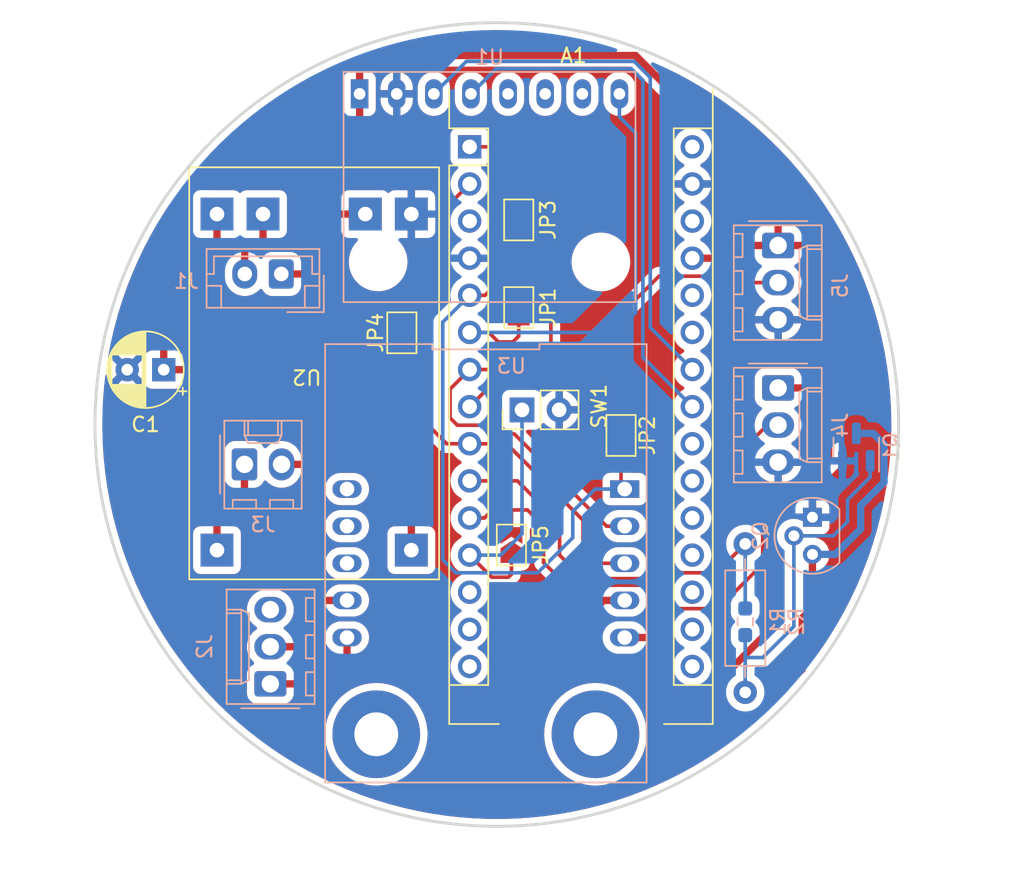
<source format=kicad_pcb>
(kicad_pcb (version 20210606) (generator pcbnew)

  (general
    (thickness 1.6)
  )

  (paper "A4")
  (layers
    (0 "F.Cu" signal)
    (31 "B.Cu" signal)
    (32 "B.Adhes" user "B.Adhesive")
    (33 "F.Adhes" user "F.Adhesive")
    (34 "B.Paste" user)
    (35 "F.Paste" user)
    (36 "B.SilkS" user "B.Silkscreen")
    (37 "F.SilkS" user "F.Silkscreen")
    (38 "B.Mask" user)
    (39 "F.Mask" user)
    (40 "Dwgs.User" user "User.Drawings")
    (41 "Cmts.User" user "User.Comments")
    (42 "Eco1.User" user "User.Eco1")
    (43 "Eco2.User" user "User.Eco2")
    (44 "Edge.Cuts" user)
    (45 "Margin" user)
    (46 "B.CrtYd" user "B.Courtyard")
    (47 "F.CrtYd" user "F.Courtyard")
    (48 "B.Fab" user)
    (49 "F.Fab" user)
    (50 "User.1" user)
    (51 "User.2" user)
    (52 "User.3" user)
    (53 "User.4" user)
    (54 "User.5" user)
    (55 "User.6" user)
    (56 "User.7" user)
    (57 "User.8" user)
    (58 "User.9" user)
  )

  (setup
    (stackup
      (layer "F.SilkS" (type "Top Silk Screen"))
      (layer "F.Paste" (type "Top Solder Paste"))
      (layer "F.Mask" (type "Top Solder Mask") (color "Green") (thickness 0.01))
      (layer "F.Cu" (type "copper") (thickness 0.035))
      (layer "dielectric 1" (type "core") (thickness 1.51) (material "FR4") (epsilon_r 4.5) (loss_tangent 0.02))
      (layer "B.Cu" (type "copper") (thickness 0.035))
      (layer "B.Mask" (type "Bottom Solder Mask") (color "Green") (thickness 0.01))
      (layer "B.Paste" (type "Bottom Solder Paste"))
      (layer "B.SilkS" (type "Bottom Silk Screen"))
      (copper_finish "None")
      (dielectric_constraints no)
    )
    (pad_to_mask_clearance 0)
    (pcbplotparams
      (layerselection 0x00010fc_ffffffff)
      (disableapertmacros false)
      (usegerberextensions false)
      (usegerberattributes true)
      (usegerberadvancedattributes true)
      (creategerberjobfile true)
      (svguseinch false)
      (svgprecision 6)
      (excludeedgelayer true)
      (plotframeref false)
      (viasonmask false)
      (mode 1)
      (useauxorigin false)
      (hpglpennumber 1)
      (hpglpenspeed 20)
      (hpglpendiameter 15.000000)
      (dxfpolygonmode true)
      (dxfimperialunits true)
      (dxfusepcbnewfont true)
      (psnegative false)
      (psa4output false)
      (plotreference true)
      (plotvalue true)
      (plotinvisibletext false)
      (sketchpadsonfab false)
      (subtractmaskfromsilk false)
      (outputformat 1)
      (mirror false)
      (drillshape 1)
      (scaleselection 1)
      (outputdirectory "")
    )
  )

  (net 0 "")
  (net 1 "Net-(A1-Pad1)")
  (net 2 "unconnected-(A1-Pad17)")
  (net 3 "Net-(A1-Pad2)")
  (net 4 "unconnected-(A1-Pad18)")
  (net 5 "unconnected-(A1-Pad3)")
  (net 6 "unconnected-(A1-Pad19)")
  (net 7 "GND")
  (net 8 "unconnected-(A1-Pad20)")
  (net 9 "/BUSY")
  (net 10 "unconnected-(A1-Pad21)")
  (net 11 "/INT")
  (net 12 "unconnected-(A1-Pad22)")
  (net 13 "/TX")
  (net 14 "/SDA")
  (net 15 "/CAP_SENSOR_2")
  (net 16 "/SCL")
  (net 17 "/RX")
  (net 18 "unconnected-(A1-Pad25)")
  (net 19 "/GND_AUDIO_SW")
  (net 20 "unconnected-(A1-Pad26)")
  (net 21 "/CAP_SENSOR_1")
  (net 22 "VCC")
  (net 23 "/SENSOR_POSITION")
  (net 24 "unconnected-(A1-Pad28)")
  (net 25 "unconnected-(A1-Pad13)")
  (net 26 "unconnected-(A1-Pad14)")
  (net 27 "unconnected-(A1-Pad30)")
  (net 28 "unconnected-(A1-Pad15)")
  (net 29 "unconnected-(A1-Pad16)")
  (net 30 "-BATT")
  (net 31 "+BATT")
  (net 32 "/SP-")
  (net 33 "/SP+")
  (net 34 "unconnected-(J2-Pad3)")
  (net 35 "+5V")
  (net 36 "GNDPWR")
  (net 37 "/GND_AUDIO")
  (net 38 "unconnected-(U1-Pad5)")
  (net 39 "unconnected-(U1-Pad6)")
  (net 40 "unconnected-(U1-Pad7)")
  (net 41 "unconnected-(U3-Pad8)")
  (net 42 "unconnected-(U3-Pad9)")
  (net 43 "unconnected-(U3-Pad10)")
  (net 44 "unconnected-(U3-PadS1)")
  (net 45 "unconnected-(U3-PadS2)")
  (net 46 "Net-(Q1-Pad1)")

  (footprint "boitarire_lib:HW-107" (layer "F.Cu") (at 151.5 65 180))

  (footprint "Jumper:SolderJumper-2_P1.3mm_Open_TrianglePad1.0x1.5mm" (layer "F.Cu") (at 172.5 69.5 -90))

  (footprint "Jumper:SolderJumper-2_P1.3mm_Open_TrianglePad1.0x1.5mm" (layer "F.Cu") (at 165.5 60.75 90))

  (footprint "Capacitor_THT:CP_Radial_D5.0mm_P2.50mm" (layer "F.Cu") (at 141.205113 65 180))

  (footprint "Jumper:SolderJumper-2_P1.3mm_Open_TrianglePad1.0x1.5mm" (layer "F.Cu") (at 165.5 54.75 90))

  (footprint "Jumper:SolderJumper-2_P1.3mm_Open_TrianglePad1.0x1.5mm" (layer "F.Cu") (at 165 77 90))

  (footprint "Jumper:SolderJumper-2_P1.3mm_Open_TrianglePad1.0x1.5mm" (layer "F.Cu") (at 157.5 62.475 90))

  (footprint "Connector_PinHeader_2.54mm:PinHeader_1x02_P2.54mm_Vertical" (layer "F.Cu") (at 165.725 67.75 90))

  (footprint "Module:Arduino_Nano" (layer "F.Cu") (at 162.14 49.75))

  (footprint "boitarire_lib:GY-521" (layer "B.Cu") (at 163.5 46.125))

  (footprint "Connector_Molex:Molex_KK-254_AE-6410-03A_1x03_P2.54mm_Vertical" (layer "B.Cu") (at 183.25 66.25 -90))

  (footprint "Connector_Molex:Molex_KK-254_AE-6410-02A_1x02_P2.54mm_Vertical" (layer "B.Cu") (at 146.73 71.48))

  (footprint "Connector_JST:JST_EH_B2B-EH-A_1x02_P2.50mm_Vertical" (layer "B.Cu") (at 149.25 58.45 180))

  (footprint "Connector_Molex:Molex_KK-254_AE-6410-03A_1x03_P2.54mm_Vertical" (layer "B.Cu") (at 148.5 86.5 90))

  (footprint "Package_TO_SOT_THT:TO-92" (layer "B.Cu") (at 185.6 75.1 -90))

  (footprint "Resistor_SMD:R_0603_1608Metric_Pad0.98x0.95mm_HandSolder" (layer "B.Cu") (at 181 82.25 -90))

  (footprint "Connector_Molex:Molex_KK-254_AE-6410-03A_1x03_P2.54mm_Vertical" (layer "B.Cu") (at 183.25 56.5 -90))

  (footprint "boitarire_lib:DFR0534" (layer "B.Cu") (at 163.25 78.25 -90))

  (footprint "Resistor_THT:R_Axial_DIN0207_L6.3mm_D2.5mm_P10.16mm_Horizontal" (layer "B.Cu") (at 181 76.92 -90))

  (footprint "Package_TO_SOT_SMD:SOT-23" (layer "B.Cu") (at 188.6 70.3 90))

  (gr_circle (center 164 68.75) (end 191.5 68.75) (layer "Edge.Cuts") (width 0.2) (fill none) (tstamp 30c2b695-36de-4ed3-b4f6-de3e6f1f2fe0))

  (segment (start 165.5 51.1) (end 164.15 49.75) (width 0.25) (layer "F.Cu") (net 1) (tstamp 57c13a52-aaf8-4b76-89cf-06026b679688))
  (segment (start 164.15 49.75) (end 162.14 49.75) (width 0.25) (layer "F.Cu") (net 1) (tstamp 862f08b7-0f46-4efa-974d-f80c33dbca6e))
  (segment (start 165.5 54.025) (end 165.5 51.1) (width 0.25) (layer "F.Cu") (net 1) (tstamp c6c4a031-6182-4c64-aa66-a67993c43034))
  (segment (start 160.1 54.33) (end 162.14 52.29) (width 0.25) (layer "F.Cu") (net 3) (tstamp 0f2ccad9-e699-49f0-bc40-53277732aa90))
  (segment (start 157.5 60.5) (end 160.1 57.9) (width 0.25) (layer "F.Cu") (net 3) (tstamp 2cb29135-e8a2-4b08-89cd-2f31876aed39))
  (segment (start 160.1 57.9) (end 160.1 54.33) (width 0.25) (layer "F.Cu") (net 3) (tstamp 3b0d2cd4-97d6-46cf-a781-12347f18ee90))
  (segment (start 157.5 61.75) (end 157.5 60.5) (width 0.25) (layer "F.Cu") (net 3) (tstamp 779db477-d577-48ba-bd55-2178aefc5e16))
  (segment (start 165.5 60.025) (end 165.5 58.5) (width 0.25) (layer "F.Cu") (net 9) (tstamp 065dc92b-f004-45d3-b53b-e8064470db48))
  (segment (start 163.19 59.91) (end 162.14 59.91) (width 0.25) (layer "F.Cu") (net 9) (tstamp 55173f7a-6b9a-4877-8ad3-ce477d3a10c0))
  (segment (start 172.5 72.92) (end 172.75 73.17) (width 0.25) (layer "F.Cu") (net 9) (tstamp 56bb2100-e65f-4553-8203-d8025676d120))
  (segment (start 163.5 59.6) (end 163.19 59.91) (width 0.25) (layer "F.Cu") (net 9) (tstamp 7f7cde0e-ce6f-4ba5-a63d-3ab5aec6bd4d))
  (segment (start 165.2 58.2) (end 163.9 58.2) (width 0.25) (layer "F.Cu") (net 9) (tstamp b539e521-bf0e-4470-86bc-16ab0cbad67d))
  (segment (start 165.5 58.5) (end 165.2 58.2) (width 0.25) (layer "F.Cu") (net 9) (tstamp bb44fe3e-7dfd-40c7-833d-290d5ea38f62))
  (segment (start 172.5 70.225) (end 172.5 72.92) (width 0.25) (layer "F.Cu") (net 9) (tstamp ce784b1e-769e-4be0-a409-c0209f93f5a6))
  (segment (start 163.9 58.2) (end 163.5 58.6) (width 0.25) (layer "F.Cu") (net 9) (tstamp d7dd6b40-c6fd-4b1e-8cd2-f861de028501))
  (segment (start 163.5 58.6) (end 163.5 59.6) (width 0.25) (layer "F.Cu") (net 9) (tstamp e54a7c8d-de81-40ba-bb01-0b5c4918415c))
  (segment (start 170.73 73.17) (end 172.75 73.17) (width 0.25) (layer "B.Cu") (net 9) (tstamp 30136584-2238-4ce6-b094-44fc47af23ed))
  (segment (start 161.2 78.9) (end 166.8 78.9) (width 0.25) (layer "B.Cu") (net 9) (tstamp 4c00cbf0-5a6f-4edc-9543-4bc0bbf6b2b6))
  (segment (start 169.2 76.5) (end 169.2 74.7) (width 0.25) (layer "B.Cu") (net 9) (tstamp 4dca56f9-7a3b-456b-9865-8ec42cace1a4))
  (segment (start 166.8 78.9) (end 169.2 76.5) (width 0.25) (layer "B.Cu") (net 9) (tstamp a854b223-738f-43a7-a5c8-b5f750cf40fb))
  (segment (start 169.2 74.7) (end 170.73 73.17) (width 0.25) (layer "B.Cu") (net 9) (tstamp aa3ea5ee-bd3a-4241-ad25-5e288deb3d6b))
  (segment (start 162.14 59.91) (end 160.3 61.75) (width 0.25) (layer "B.Cu") (net 9) (tstamp affd43e6-fb37-4814-9c31-bb300f43db47))
  (segment (start 160.3 61.75) (end 160.3 78) (width 0.25) (layer "B.Cu") (net 9) (tstamp cd1d6fb9-8a88-4a01-a974-386780784198))
  (segment (start 160.3 78) (end 161.2 78.9) (width 0.25) (layer "B.Cu") (net 9) (tstamp da7c607e-81ba-4a73-9828-f8e1932f56b4))
  (segment (start 165.5 62.7) (end 165.1 63.1) (width 0.25) (layer "F.Cu") (net 11) (tstamp 1e012710-c1a4-46c8-b704-8008034fecb3))
  (segment (start 163.45 62.45) (end 162.14 62.45) (width 0.25) (layer "F.Cu") (net 11) (tstamp 441a1bfc-3a90-4db3-9ca2-acaf7910690f))
  (segment (start 165.5 61.475) (end 165.5 62.7) (width 0.25) (layer "F.Cu") (net 11) (tstamp 67f169d9-914d-44b4-af3c-6ffb85557a3e))
  (segment (start 164.1 63.1) (end 163.45 62.45) (width 0.25) (layer "F.Cu") (net 11) (tstamp 7b297671-5e54-4763-8cbe-ba1fa1d8edce))
  (segment (start 165.1 63.1) (end 164.1 63.1) (width 0.25) (layer "F.Cu") (net 11) (tstamp 966d2020-e145-4fd3-9d48-eef9fe6bd357))
  (segment (start 173.5 61.1) (end 172.15 62.45) (width 0.25) (layer "B.Cu") (net 11) (tstamp 59bd45b0-2f1a-4678-a8e3-b144573cc1fe))
  (segment (start 173.5 48.8) (end 173.5 61.1) (width 0.25) (layer "B.Cu") (net 11) (tstamp 74f11ede-740d-44cf-bdd0-4d01c7b27443))
  (segment (start 172.39 47.69) (end 173.5 48.8) (width 0.25) (layer "B.Cu") (net 11) (tstamp 94abd6fb-8b7e-424a-8aa7-b59a1d269419))
  (segment (start 172.39 46.125) (end 172.39 47.69) (width 0.25) (layer "B.Cu") (net 11) (tstamp c5f8351f-65d4-4e94-bd13-8476c83b8479))
  (segment (start 172.15 62.45) (end 162.14 62.45) (width 0.25) (layer "B.Cu") (net 11) (tstamp fd8ff827-d8ab-4f0a-a2db-0035a574ea84))
  (segment (start 165.81 64.99) (end 162.14 64.99) (width 0.25) (layer "F.Cu") (net 13) (tstamp 002ddc8a-2dcd-47e5-bac6-ff419e906c3e))
  (segment (start 165.2 69.4) (end 163.6 69.4) (width 0.25) (layer "F.Cu") (net 13) (tstamp 5663be94-238a-438a-a1c8-1e84ff1c1d69))
  (segment (start 163.6 69.4) (end 163 68.8) (width 0.25) (layer "F.Cu") (net 13) (tstamp 70e42f22-164a-4888-84c1-22c6c96c04cd))
  (segment (start 160.8 68.3) (end 160.8 66.33) (width 0.25) (layer "F.Cu") (net 13) (tstamp 710b6502-464c-47f6-bfbe-0e8d768086c1))
  (segment (start 165.5 57) (end 167.7 59.2) (width 0.25) (layer "F.Cu") (net 13) (tstamp 7b9f1bdf-6a0a-4ad3-b9a9-778178e42909))
  (segment (start 161.3 68.8) (end 160.8 68.3) (width 0.25) (layer "F.Cu") (net 13) (tstamp 82b6bb55-604f-49ae-8c0b-3a8be3f54d02))
  (segment (start 160.8 66.33) (end 162.14 64.99) (width 0.25) (layer "F.Cu") (net 13) (tstamp 841a6322-c75f-428c-91b0-9ef7f3203df4))
  (segment (start 165.5 55.475) (end 165.5 57) (width 0.25) (layer "F.Cu") (net 13) (tstamp 99073820-8e6c-4f2a-a494-b1dc8444af55))
  (segment (start 167.7 63.1) (end 165.81 64.99) (width 0.25) (layer "F.Cu") (net 13) (tstamp a5f7530c-a571-47b6-84a2-d00dfb42af9c))
  (segment (start 167.7 59.2) (end 167.7 63.1) (width 0.25) (layer "F.Cu") (net 13) (tstamp a9baa2f4-4424-47a5-bfe3-feb292a13a74))
  (segment (start 163 68.8) (end 161.3 68.8) (width 0.25) (layer "F.Cu") (net 13) (tstamp ae20f287-7fe6-426d-8756-94d88177a907))
  (segment (start 171.51 75.71) (end 165.2 69.4) (width 0.25) (layer "F.Cu") (net 13) (tstamp d7e5225e-50ce-49d0-8837-7c9649ef15ad))
  (segment (start 172.75 75.71) (end 171.51 75.71) (width 0.25) (layer "F.Cu") (net 13) (tstamp f8a90417-ef67-46b6-9da1-c367f4b588a7))
  (segment (start 177.38 67.53) (end 174 64.15) (width 0.25) (layer "B.Cu") (net 14) (tstamp a367b837-9c05-48ef-9036-2c934e8deefd))
  (segment (start 174 64.15) (end 174 45.2) (width 0.25) (layer "B.Cu") (net 14) (tstamp ddad0104-21f0-4e29-85af-4414e34a82dd))
  (segment (start 174 45.2) (end 173.2 44.4) (width 0.25) (layer "B.Cu") (net 14) (tstamp e93177f5-2dce-43e7-a9f2-ec3a958e5ca0))
  (segment (start 163.955 44.4) (end 162.23 46.125) (width 0.25) (layer "B.Cu") (net 14) (tstamp ecdcc377-428c-4024-acaa-bf5f481f5e8e))
  (segment (start 173.2 44.4) (end 163.955 44.4) (width 0.25) (layer "B.Cu") (net 14) (tstamp f051b5f5-8497-4588-93d8-7244b316bcbf))
  (segment (start 179.94 59.04) (end 179.5 58.6) (width 0.25) (layer "F.Cu") (net 15) (tstamp 11814792-5227-45aa-8595-52e8591a2dec))
  (segment (start 175.1 58.6) (end 170.3 63.4) (width 0.25) (layer "F.Cu") (net 15) (tstamp 2b9124f1-50e7-438f-bebf-f19a0355456c))
  (segment (start 163.97 65.7) (end 162.14 67.53) (width 0.25) (layer "F.Cu") (net 15) (tstamp 31cdb422-7f8c-473d-b055-f5144bef0800))
  (segment (start 179.5 58.6) (end 175.1 58.6) (width 0.25) (layer "F.Cu") (net 15) (tstamp 3bf1cc53-7c7f-46c9-b819-78eaee2c4234))
  (segment (start 172.5 68.775) (end 172.5 66.3) (width 0.25) (layer "F.Cu") (net 15) (tstamp 42f6d15a-8720-469e-b170-0879acfa1f43))
  (segment (start 166.3 65.7) (end 163.97 65.7) (width 0.25) (layer "F.Cu") (net 15) (tstamp 51db83d9-f4cc-4a7d-8b90-61b2baf044ab))
  (segment (start 171.2 65) (end 170.3 65) (width 0.25) (layer "F.Cu") (net 15) (tstamp 54482451-9f5d-4900-978a-b7fb3b040d86))
  (segment (start 167 65) (end 166.3 65.7) (width 0.25) (layer "F.Cu") (net 15) (tstamp 6567149e-9f08-4e52-a43a-bf9df007c96d))
  (segment (start 170.3 63.4) (end 170.3 65) (width 0.25) (layer "F.Cu") (net 15) (tstamp a335e5bb-0b65-425c-b88b-69987733e1f7))
  (segment (start 172.5 66.3) (end 171.2 65) (width 0.25) (layer "F.Cu") (net 15) (tstamp c814891f-b5c3-42f6-a49b-71665c07e531))
  (segment (start 170.3 65) (end 167 65) (width 0.25) (layer "F.Cu") (net 15) (tstamp df12b927-051e-4d40-bcb4-58d42fc2f897))
  (segment (start 183.25 59.04) (end 179.94 59.04) (width 0.25) (layer "F.Cu") (net 15) (tstamp e74e96a4-5094-426c-9640-3a489662762e))
  (segment (start 174.5 45) (end 173.4 43.9) (width 0.25) (layer "B.Cu") (net 16) (tstamp 099b495b-eb72-4208-b491-c50c4f449fd0))
  (segment (start 173.4 43.9) (end 161.915 43.9) (width 0.25) (layer "B.Cu") (net 16) (tstamp b67a5d25-290a-4252-a9b7-e682b39b21e1))
  (segment (start 177.38 64.99) (end 174.5 62.11) (width 0.25) (layer "B.Cu") (net 16) (tstamp d9a2b80c-dc5f-4760-b55e-fe911d45dbf5))
  (segment (start 161.915 43.9) (end 159.69 46.125) (width 0.25) (layer "B.Cu") (net 16) (tstamp e8848ca5-e769-4140-a08b-05e6d9c77e7d))
  (segment (start 174.5 62.11) (end 174.5 45) (width 0.25) (layer "B.Cu") (net 16) (tstamp f4017f14-3c64-40a7-987f-82c58b56e986))
  (segment (start 160.57 70.07) (end 162.14 70.07) (width 0.25) (layer "F.Cu") (net 17) (tstamp 3e548c9f-29c6-4224-9b83-5da945fef1ef))
  (segment (start 164.67 70.07) (end 169.9 75.3) (width 0.25) (layer "F.Cu") (net 17) (tstamp 3f280ec0-d641-491d-907f-e39d66d6a684))
  (segment (start 157.5 67) (end 160.57 70.07) (width 0.25) (layer "F.Cu") (net 17) (tstamp 823843c5-18d9-4078-a62b-17ccfa0b3021))
  (segment (start 169.9 75.3) (end 169.9 77) (width 0.25) (layer "F.Cu") (net 17) (tstamp 8a71d9fd-00e9-4bfb-a527-4f74d07b573a))
  (segment (start 172.75 78.25) (end 171.15 78.25) (width 0.25) (layer "F.Cu") (net 17) (tstamp 96e7c6e6-5759-45b2-881e-59d86e2f90fb))
  (segment (start 162.14 70.07) (end 164.67 70.07) (width 0.25) (layer "F.Cu") (net 17) (tstamp be06cfd1-c42e-4a17-b753-c672dba54922))
  (segment (start 171.15 78.25) (end 169.9 77) (width 0.25) (layer "F.Cu") (net 17) (tstamp f232608d-a10c-4f4a-a340-b1becc13aa03))
  (segment (start 157.5 63.2) (end 157.5 67) (width 0.25) (layer "F.Cu") (net 17) (tstamp f6ad1a94-a957-4926-b263-b33a2228fc59))
  (segment (start 169.9 79.3) (end 174.9 79.3) (width 0.25) (layer "F.Cu") (net 19) (tstamp 0510ee0c-9be4-4f58-a22c-840098bdf9bd))
  (segment (start 168.3 75.5) (end 168.3 77.7) (width 0.25) (layer "F.Cu") (net 19) (tstamp 1f480e97-79fd-43e6-b991-9f31b262102a))
  (segment (start 165.41 72.61) (end 168.3 75.5) (width 0.25) (layer "F.Cu") (net 19) (tstamp 30439de0-b93d-469e-94ad-e034831fa7a6))
  (segment (start 179.02 78.9) (end 181 76.92) (width 0.25) (layer "F.Cu") (net 19) (tstamp 9d87d069-0bb0-4a65-8dbb-218f6e250a55))
  (segment (start 175.3 78.9) (end 179.02 78.9) (width 0.25) (layer "F.Cu") (net 19) (tstamp c1073856-0b9e-4b90-b70a-1714525486a7))
  (segment (start 174.9 79.3) (end 175.3 78.9) (width 0.25) (layer "F.Cu") (net 19) (tstamp cdce4433-b137-4343-8add-70cb8bc1c25f))
  (segment (start 168.3 77.7) (end 169.9 79.3) (width 0.25) (layer "F.Cu") (net 19) (tstamp d8018cef-db9e-4d1a-a9bb-129bb542e9ce))
  (segment (start 162.14 72.61) (end 165.41 72.61) (width 0.25) (layer "F.Cu") (net 19) (tstamp e1f5b0f2-1c24-49c3-b6e0-5d2e7450145b))
  (segment (start 181 81.3375) (end 181 76.92) (width 0.25) (layer "B.Cu") (net 19) (tstamp 8de6d4dd-3006-49ac-b7a0-4b8fdcc1ce50))
  (segment (start 163.7 74.6) (end 163.15 75.15) (width 0.25) (layer "F.Cu") (net 21) (tstamp 074c7175-bdd2-4fa4-8e32-7a779c5241f1))
  (segment (start 181.3 70) (end 181.3 74.8) (width 0.25) (layer "F.Cu") (net 21) (tstamp 08b35278-0ed9-49c4-aa81-927c31180055))
  (segment (start 163.15 75.15) (end 162.14 75.15) (width 0.25) (layer "F.Cu") (net 21) (tstamp 12ccf950-5492-4193-a0eb-957dc51d0514))
  (segment (start 168.74952 79.74952) (end 167.2 78.2) (width 0.25) (layer "F.Cu") (net 21) (tstamp 14db434b-44e5-47df-98d5-3fde1b1dc01f))
  (segment (start 182.2 75.7) (end 182.2 78.3) (width 0.25) (layer "F.Cu") (net 21) (tstamp 18fe93c8-b93d-4ccc-9161-49aea31705f0))
  (segment (start 179.145489 81.354511) (end 175.754511 81.354511) (width 0.25) (layer "F.Cu") (net 21) (tstamp 1ac3ebf7-c48e-4ba1-92a8-0e3bb422bbe4))
  (segment (start 166.1 74.6) (end 165 74.6) (width 0.25) (layer "F.Cu") (net 21) (tstamp 249194c6-863d-4a8e-9504-284f101b26b0))
  (segment (start 182.2 78.3) (end 179.145489 81.354511) (width 0.25) (layer "F.Cu") (net 21) (tstamp 2b70b48e-ec46-4fbc-95a4-de1b0eaee1b5))
  (segment (start 183.25 68.79) (end 182.51 68.79) (width 0.25) (layer "F.Cu") (net 21) (tstamp 61acf032-2f25-4345-ae89-dbfae2488770))
  (segment (start 165 76.275) (end 165 74.6) (width 0.25) (layer "F.Cu") (net 21) (tstamp 61b9e027-c8eb-4fd3-8438-975a5c4ae50c))
  (segment (start 165 74.6) (end 163.7 74.6) (width 0.25) (layer "F.Cu") (net 21) (tstamp 86f53970-0266-4ff5-8ff3-f159d26b5bc0))
  (segment (start 167.2 75.7) (end 166.1 74.6) (width 0.25) (layer "F.Cu") (net 21) (tstamp 9f7d9282-b684-4bd2-81e8-0074e97a184c))
  (segment (start 167.2 78.2) (end 167.2 75.7) (width 0.25) (layer "F.Cu") (net 21) (tstamp a9dbc5b4-ad73-45f5-9889-0e0cbc09c13f))
  (segment (start 174.14952 79.74952) (end 168.74952 79.74952) (width 0.25) (layer "F.Cu") (net 21) (tstamp b82177ad-33fb-4185-a520-40d41e1ee4ea))
  (segment (start 182.51 68.79) (end 181.3 70) (width 0.25) (layer "F.Cu") (net 21) (tstamp c85dea42-0b63-455a-bb06-af281ec451c5))
  (segment (start 181.3 74.8) (end 182.2 75.7) (width 0.25) (layer "F.Cu") (net 21) (tstamp d4bbed09-28e7-43b8-8e43-cd0a8b27127e))
  (segment (start 175.754511 81.354511) (end 174.14952 79.74952) (width 0.25) (layer "F.Cu") (net 21) (tstamp f2785a23-b8a3-429d-a602-96b97ffd390f))
  (segment (start 177.38 57.37) (end 179.63 57.37) (width 0.5) (layer "F.Cu") (net 22) (tstamp 078d9f8d-5bb9-4da5-85a3-5b0087e021c4))
  (segment (start 186.7 66.3) (end 186.7 71.3) (width 0.5) (layer "F.Cu") (net 22) (tstamp 08dbfbeb-cdaa-4831-a848-36e8eda9e0a1))
  (segment (start 182.8 82.7) (end 178.1 87.4) (width 0.5) (layer "F.Cu") (net 22) (tstamp 0baaf9b3-9710-4935-ad5b-555aa7efde38))
  (segment (start 186.7 71.3) (end 182.8 75.2) (width 0.5) (layer "F.Cu") (net 22) (tstamp 1266eb14-2660-47f7-9d1a-4ce3c0a82209))
  (segment (start 183.25 66.25) (end 186.65 66.25) (width 0.5) (layer "F.Cu") (net 22) (tstamp 1cb7804d-c53f-41f6-9ec5-da2612a23f93))
  (segment (start 183.25 56.5) (end 185.3 56.5) (width 0.5) (layer "F.Cu") (net 22) (tstamp 1e52d948-d6c4-492a-88aa-b89ce283a874))
  (segment (start 154.61 46.125) (end 154.61 44.14) (width 0.5) (layer "F.Cu") (net 22) (tstamp 31e426b1-56c4-4964-8bce-cd15d8199921))
  (segment (start 143.25 65) (end 141.205113 65) (width 0.5) (layer "F.Cu") (net 22) (tstamp 33cdfa6b-d530-4279-8a1f-24d54d779dc7))
  (segment (start 173.5 43.5) (end 183.25 53.25) (width 0.5) (layer "F.Cu") (net 22) (tstamp 3891e7b9-f20e-47f8-a2c6-7b2e7ba709e3))
  (segment (start 175.2 84) (end 174.53 83.33) (width 0.5) (layer "F.Cu") (net 22) (tstamp 3f5c1392-e689-4541-91a4-458455062064))
  (segment (start 142.6 61.2) (end 142.6 53.1) (width 0.5) (layer "F.Cu") (net 22) (tstamp 4d7c6adf-fae5-49cc-962d-ee4aaa3b079b))
  (segment (start 175.2 86.1) (end 175.2 84) (width 0.5) (layer "F.Cu") (net 22) (tstamp 5105b8b8-fe0e-4a14-b696-51493f42ec4b))
  (segment (start 142.6 53.1) (end 144.1 51.6) (width 0.5) (layer "F.Cu") (net 22) (tstamp 5bce1f70-d14a-46c4-aaee-c22d3fa682ab))
  (segment (start 178.1 87.4) (end 176.5 87.4) (width 0.5) (layer "F.Cu") (net 22) (tstamp 77449c53-689f-4c37-a090-e99eb56fa419))
  (segment (start 174.53 83.33) (end 172.75 83.33) (width 0.5) (layer "F.Cu") (net 22) (tstamp 82b37a83-76ca-42b1-a671-b112a0f67c3b))
  (segment (start 151.7 51.6) (end 154.61 48.69) (width 0.5) (layer "F.Cu") (net 22) (tstamp 876943b0-7063-4e32-a006-d0cd8a7943ec))
  (segment (start 144.1 51.6) (end 151.7 51.6) (width 0.5) (layer "F.Cu") (net 22) (tstamp 9bc35b7b-817f-4ccc-99c8-7f865bf40905))
  (segment (start 185.3 56.5) (end 186.7 57.9) (width 0.5) (layer "F.Cu") (net 22) (tstamp a9074133-5e7b-4565-8eb1-b0ba14b0a2cc))
  (segment (start 186.7 57.9) (end 186.7 66.3) (width 0.5) (layer "F.Cu") (net 22) (tstamp a9f8c466-7b26-4574-90c3-f04b0c1fdd84))
  (segment (start 176.5 87.4) (end 175.2 86.1) (width 0.5) (layer "F.Cu") (net 22) (tstamp b5d30401-c58b-4b93-b181-968e354229a7))
  (segment (start 182.8 75.2) (end 182.8 82.7) (width 0.5) (layer "F.Cu") (net 22) (tstamp bb363c21-66b1-46af-80c2-d71b46dd5cee))
  (segment (start 154.61 48.69) (end 154.61 46.125) (width 0.5) (layer "F.Cu") (net 22) (tstamp bfb64115-9400-4240-85d0-cfad67cd6a4d))
  (segment (start 183.25 53.25) (end 183.25 56.5) (width 0.5) (layer "F.Cu") (net 22) (tstamp d21a3f24-9541-4a5a-a88c-1bb9694762f7))
  (segment (start 144.85 63.4) (end 143.25 65) (width 0.5) (layer "F.Cu") (net 22) (tstamp d5bdefec-ec38-48cf-95b5-50559567e340))
  (segment (start 180.5 56.5) (end 183.25 56.5) (width 0.5) (layer "F.Cu") (net 22) (tstamp d801af6b-dc11-4f18-a53b-73a7e7511827))
  (segment (start 154.61 44.14) (end 155.25 43.5) (width 0.5) (layer "F.Cu") (net 22) (tstamp d9bf98f7-e816-4ee4-85a2-aa83cb2868f7))
  (segment (start 186.65 66.25) (end 186.7 66.3) (width 0.5) (layer "F.Cu") (net 22) (tstamp d9c343ac-93b9-48b2-af76-ca7510d76f17))
  (segment (start 144.85 54.35) (end 144.85 63.4) (width 0.5) (layer "F.Cu") (net 22) (tstamp dc4ba653-501d-4ebb-963e-7281eaa95c60))
  (segment (start 179.63 57.37) (end 180.5 56.5) (width 0.5) (layer "F.Cu") (net 22) (tstamp dddf2b9f-a002-4bd4-a01b-0ca247bd255e))
  (segment (start 155.25 43.5) (end 173.5 43.5) (width 0.5) (layer "F.Cu") (net 22) (tstamp e5fe89e3-d890-4b24-87b1-248145c67560))
  (segment (start 141.205113 65) (end 141.205113 62.594887) (width 0.5) (layer "F.Cu") (net 22) (tstamp e71d9cac-d119-4be9-ac51-ef4764e94368))
  (segment (start 141.205113 62.594887) (end 142.6 61.2) (width 0.5) (layer "F.Cu") (net 22) (tstamp e97b6feb-e69e-4bc5-bcb8-8ca66cccc133))
  (segment (start 165 77.725) (end 165 79) (width 0.25) (layer "F.Cu") (net 23) (tstamp 47197d15-ab99-495e-ab32-c75bcd47bef5))
  (segment (start 164.8 79.2) (end 163.65 79.2) (width 0.25) (layer "F.Cu") (net 23) (tstamp 5e320c37-0e6a-4e9d-b089-0db049b98275))
  (segment (start 165 79) (end 164.8 79.2) (width 0.25) (layer "F.Cu") (net 23) (tstamp 66abaf3c-c04b-40a0-9c52-768c910d489e))
  (segment (start 163.65 79.2) (end 162.14 77.69) (width 0.25) (layer "F.Cu") (net 23) (tstamp e85e6118-5fac-416d-8594-66a60d0b0fd2))
  (segment (start 165.725 67.75) (end 165.725 76.225) (width 0.25) (layer "B.Cu") (net 23) (tstamp 47a5eb30-410b-43c4-9345-f5fc55c41cda))
  (segment (start 165.725 76.225) (end 164.26 77.69) (width 0.25) (layer "B.Cu") (net 23) (tstamp 5dc10f71-8f03-4772-97f1-7e485fc7dd90))
  (segment (start 164.26 77.69) (end 162.14 77.69) (width 0.25) (layer "B.Cu") (net 23) (tstamp b12a44a6-9e67-4864-a910-03bbfc697bad))
  (segment (start 152 55.25) (end 152.9 54.35) (width 0.5) (layer "F.Cu") (net 30) (tstamp 3305a80e-a4bf-4056-bc79-3e2bc38b369c))
  (segment (start 151.05 58.45) (end 152 57.5) (width 0.5) (layer "F.Cu") (net 30) (tstamp 3d375ff2-e0a6-4945-8542-d4826a73ff2c))
  (segment (start 152 57.5) (end 152 55.25) (width 0.5) (layer "F.Cu") (net 30) (tstamp ba84bd55-cdfe-4036-be9d-510986c16111))
  (segment (start 149.25 58.45) (end 151.05 58.45) (width 0.5) (layer "F.Cu") (net 30) (tstamp d079615e-89b7-48f9-8591-ebbec5435e49))
  (segment (start 152.9 54.35) (end 155 54.35) (width 0.5) (layer "F.Cu") (net 30) (tstamp ef5ffc1f-619a-474f-937a-3dbd8f8577d3))
  (segment (start 147.75 56.5) (end 147 56.5) (width 0.5) (layer "F.Cu") (net 31) (tstamp 10432fa2-2abd-44c7-a675-49a425a1caa0))
  (segment (start 146.75 56.75) (end 146.75 58.45) (width 0.5) (layer "F.Cu") (net 31) (tstamp 43ae0c46-b51f-4835-bb3e-be7b0fb465bc))
  (segment (start 148 56.25) (end 147.75 56.5) (width 0.5) (layer "F.Cu") (net 31) (tstamp 491df80a-a69f-48e8-8c6a-67d9129f61e6))
  (segment (start 147 56.5) (end 146.75 56.75) (width 0.5) (layer "F.Cu") (net 31) (tstamp cb1b24e7-bd2a-4889-9d2f-3ff6b0e9718f))
  (segment (start 148 54.35) (end 148 56.25) (width 0.5) (layer "F.Cu") (net 31) (tstamp f0058139-692f-48f4-abbe-8fb26cf7fe3b))
  (segment (start 153.75 85) (end 153.75 83.33) (width 0.5) (layer "F.Cu") (net 32) (tstamp 33ce6304-8deb-489e-b81b-0f10c6c157a2))
  (segment (start 148.5 86.5) (end 152.25 86.5) (width 0.5) (layer "F.Cu") (net 32) (tstamp 3ce644dd-f139-4bd0-b6c4-3e0a97d53157))
  (segment (start 152.25 86.5) (end 153.75 85) (width 0.5) (layer "F.Cu") (net 32) (tstamp 9235cd8a-9f93-43ca-853e-686c15192c46))
  (segment (start 148.5 83.96) (end 150.54 83.96) (width 0.5) (layer "F.Cu") (net 33) (tstamp 067c7645-3b42-47bd-9b67-c9990c016327))
  (segment (start 152.21 80.79) (end 153.75 80.79) (width 0.5) (layer "F.Cu") (net 33) (tstamp 230eb240-32f0-44c0-999c-5ca9f41f7920))
  (segment (start 148.5 83.96) (end 148.5 83.75) (width 0.2) (layer "F.Cu") (net 33) (tstamp 28e8f296-13eb-41cd-b56d-37a672c4682e))
  (segment (start 151.25 81.75) (end 152.21 80.79) (width 0.5) (layer "F.Cu") (net 33) (tstamp 3a3c5fce-6ae6-412d-9be8-1ac65cf25260))
  (segment (start 151.25 83.25) (end 151.25 81.75) (width 0.5) (layer "F.Cu") (net 33) (tstamp 47d7a82e-ffe4-49bd-aced-364f7556c541))
  (segment (start 150.54 83.96) (end 151.25 83.25) (width 0.5) (layer "F.Cu") (net 33) (tstamp 8685e173-1b5f-40e3-b93a-771c50192af5))
  (segment (start 144.85 77.35) (end 144.85 75.15) (width 0.5) (layer "F.Cu") (net 35) (tstamp 2c3c0740-5508-40d0-ab4d-b58e85dbd5fc))
  (segment (start 144.85 75.15) (end 146.73 73.27) (width 0.5) (layer "F.Cu") (net 35) (tstamp 486f039c-e123-44f3-9dda-acb71ad00a57))
  (segment (start 146.73 73.27) (end 146.73 71.48) (width 0.5) (layer "F.Cu") (net 35) (tstamp 553d0394-c80f-423f-97e9-09111ab9137c))
  (segment (start 153 70.25) (end 156 70.25) (width 0.5) (layer "F.Cu") (net 36) (tstamp 97cdca8f-6885-484f-8e95-fac0901b1fc6))
  (segment (start 151.77 71.48) (end 153 70.25) (width 0.5) (layer "F.Cu") (net 36) (tstamp b4c7803f-287d-4be4-b007-695a17a2bd52))
  (segment (start 156 70.25) (end 158.15 72.4) (width 0.5) (layer "F.Cu") (net 36) (tstamp c3428294-9de6-4e60-b548-8c61f8017e6f))
  (segment (start 158.15 72.4) (end 158.15 77.35) (width 0.5) (layer "F.Cu") (net 36) (tstamp d3a67897-4cae-42bd-87d8-61ceb6ac336b))
  (segment (start 149.27 71.48) (end 151.77 71.48) (width 0.5) (layer "F.Cu") (net 36) (tstamp f93557c7-165d-4a38-a36d-46e93e799304))
  (segment (start 172.75 80.79) (end 171.31 80.79) (width 0.5) (layer "F.Cu") (net 37) (tstamp 0e2599a7-4fd7-42b3-80e8-12e284984b7d))
  (segment (start 185.6 77.64) (end 185.6 81.3) (width 0.5) (layer "F.Cu") (net 37) (tstamp 1264ffe8-96a4-46ad-9718-f12345b51a9b))
  (segment (start 170.5 83.8) (end 175.6 88.9) (width 0.5) (layer "F.Cu") (net 37) (tstamp 1fdbcf92-72f6-4cb0-ba10-cb5fb305d9c1))
  (segment (start 184.9 85.5) (end 184.9 82) (width 0.5) (layer "F.Cu") (net 37) (tstamp 4b1489cf-045f-43e9-955f-60887791ba80))
  (segment (start 170.5 81.6) (end 170.5 83.8) (width 0.5) (layer "F.Cu") (net 37) (tstamp 6447efa7-ca9a-4aa9-965e-160336faec26))
  (segment (start 171.31 80.79) (end 170.5 81.6) (width 0.5) (layer "F.Cu") (net 37) (tstamp 6edb9998-b90f-4125-b659-b8dcea6cf80e))
  (segment (start 185.6 81.3) (end 184.9 82) (width 0.5) (layer "F.Cu") (net 37) (tstamp 9b27c509-be2a-411b-a839-def58ca574c3))
  (segment (start 175.6 88.9) (end 181.5 88.9) (width 0.5) (layer "F.Cu") (net 37) (tstamp 9b5bc7b6-cf4f-4dad-8a7e-605385705857))
  (segment (start 181.5 88.9) (end 184.9 85.5) (width 0.5) (layer "F.Cu") (net 37) (tstamp e5676f28-8a52-47d8-ab01-18a0c22963fc))
  (segment (start 188.9 74.3) (end 188.9 75.9) (width 0.5) (layer "B.Cu") (net 37) (tstamp 270bc119-acb9-47ce-9e99-afd18c7a2ea9))
  (segment (start 188.6 69.3625) (end 189.7625 69.3625) (width 0.5) (layer "B.Cu") (net 37) (tstamp 39f87bf2-d74e-449a-a094-50a0a57feb87))
  (segment (start 187.16 77.64) (end 185.6 77.64) (width 0.5) (layer "B.Cu") (net 37) (tstamp 63af5a5d-63f5-4855-a627-1459392f0cf3))
  (segment (start 190.5 70.1) (end 190.5 72.7) (width 0.5) (layer "B.Cu") (net 37) (tstamp 7fcc0cae-a336-4899-999d-93a990ab1b4f))
  (segment (start 188.9 75.9) (end 187.16 77.64) (width 0.5) (layer "B.Cu") (net 37) (tstamp c3e02b7f-3e27-43b6-a0e0-61f2dccd7334))
  (segment (start 190.5 72.7) (end 188.9 74.3) (width 0.5) (layer "B.Cu") (net 37) (tstamp d3cdd3b2-4da4-4642-9bda-c432eac7900f))
  (segment (start 189.7625 69.3625) (end 190.5 70.1) (width 0.5) (layer "B.Cu") (net 37) (tstamp e3fdccbb-e041-439e-9396-111c1dda0b36))
  (segment (start 189.55 71.2375) (end 189.55 72.35) (width 0.25) (layer "B.Cu") (net 46) (tstamp 0c32c9b6-c1e3-4f59-8573-30f883d15483))
  (segment (start 184.33 82.57) (end 182.2 84.7) (width 0.25) (layer "B.Cu") (net 46) (tstamp 111722bc-568a-4c07-ac71-add72bc3f67b))
  (segment (start 181 84.7) (end 181 87.08) (width 0.25) (layer "B.Cu") (net 46) (tstamp 163b5388-ce4a-449f-aac2-61a8bb56bed4))
  (segment (start 181 83.1625) (end 181 84.7) (width 0.25) (layer "B.Cu") (net 46) (tstamp 3985866a-0bad-4450-acac-19c6f13eae5f))
  (segment (start 184.33 76.37) (end 184.33 82.57) (width 0.25) (layer "B.Cu") (net 46) (tstamp 42ac34e7-145e-4658-aba7-3fd9ebe6fb0e))
  (segment (start 188 73.9) (end 188 75.4) (width 0.25) (layer "B.Cu") (net 46) (tstamp 7c1e862d-c7a9-4d6a-b915-38ea774bfbbb))
  (segment (start 189.55 72.35) (end 188 73.9) (width 0.25) (layer "B.Cu") (net 46) (tstamp cadd3209-c9c8-4928-a710-bc5ea69df43a))
  (segment (start 188 75.4) (end 187.03 76.37) (width 0.25) (layer "B.Cu") (net 46) (tstamp cc38565c-ab48-4b75-b877-558f7a34ae1f))
  (segment (start 187.03 76.37) (end 184.33 76.37) (width 0.25) (layer "B.Cu") (net 46) (tstamp f20abba9-606b-404c-b7c2-a3c791b74a2e))
  (segment (start 182.2 84.7) (end 181 84.7) (width 0.25) (layer "B.Cu") (net 46) (tstamp ff6097a2-9b67-4ae2-8baf-709889a2f8a9))

  (zone (net 7) (net_name "GND") (layers F&B.Cu) (tstamp ceaa5c83-8f08-4578-a67d-b0ca504b6221) (hatch edge 0.508)
    (priority 50)
    (connect_pads (clearance 0.508))
    (min_thickness 0.254) (filled_areas_thickness no)
    (fill yes (thermal_gap 0.508) (thermal_bridge_width 0.508))
    (polygon
      (pts
        (xy 200.1 100)
        (xy 130 100)
        (xy 130 40)
        (xy 200 39.7)
      )
    )
    (filled_polygon
      (layer "F.Cu")
      (pts
        (xy 173.20175 44.278502)
        (xy 173.222724 44.295405)
        (xy 177.18046 48.253141)
        (xy 177.214486 48.315453)
        (xy 177.209421 48.386268)
        (xy 177.166874 48.443104)
        (xy 177.123977 48.463942)
        (xy 177.014729 48.493216)
        (xy 176.936067 48.514293)
        (xy 176.936065 48.514294)
        (xy 176.930757 48.515716)
        (xy 176.925776 48.518039)
        (xy 176.925775 48.518039)
        (xy 176.728238 48.610151)
        (xy 176.728233 48.610154)
        (xy 176.723251 48.612477)
        (xy 176.625992 48.680579)
        (xy 176.540211 48.740643)
        (xy 176.540208 48.740645)
        (xy 176.5357 48.743802)
        (xy 176.373802 48.9057)
        (xy 176.370645 48.910208)
        (xy 176.370643 48.910211)
        (xy 176.338487 48.956135)
        (xy 176.242477 49.093251)
        (xy 176.240154 49.098233)
        (xy 176.240151 49.098238)
        (xy 176.159294 49.271638)
        (xy 176.145716 49.300757)
        (xy 176.144294 49.306065)
        (xy 176.144293 49.306067)
        (xy 176.102225 49.463066)
        (xy 176.086457 49.521913)
        (xy 176.066502 49.75)
        (xy 176.086457 49.978087)
        (xy 176.145716 50.199243)
        (xy 176.148039 50.204224)
        (xy 176.148039 50.204225)
        (xy 176.240151 50.401762)
        (xy 176.240154 50.401767)
        (xy 176.242477 50.406749)
        (xy 176.373802 50.5943)
        (xy 176.5357 50.756198)
        (xy 176.540208 50.759355)
        (xy 176.540211 50.759357)
        (xy 176.597934 50.799775)
        (xy 176.723251 50.887523)
        (xy 176.728233 50.889846)
        (xy 176.728238 50.889849)
        (xy 176.763049 50.906081)
        (xy 176.816334 50.952998)
        (xy 176.835795 51.021275)
        (xy 176.815253 51.089235)
        (xy 176.763049 51.134471)
        (xy 176.728489 51.150586)
        (xy 176.718993 51.156069)
        (xy 176.540533 51.281028)
        (xy 176.532125 51.288084)
        (xy 176.378084 51.442125)
        (xy 176.371028 51.450533)
        (xy 176.246069 51.628993)
        (xy 176.240586 51.638489)
        (xy 176.14851 51.835947)
        (xy 176.144764 51.846239)
        (xy 176.098606 52.018503)
        (xy 176.098942 52.032599)
        (xy 176.106884 52.036)
        (xy 178.647967 52.036)
        (xy 178.661498 52.032027)
        (xy 178.662727 52.023478)
        (xy 178.615236 51.846239)
        (xy 178.61149 51.835947)
        (xy 178.519414 51.638489)
        (xy 178.513931 51.628993)
        (xy 178.388972 51.450533)
        (xy 178.381916 51.442125)
        (xy 178.227875 51.288084)
        (xy 178.219467 51.281028)
        (xy 178.041007 51.156069)
        (xy 178.031511 51.150586)
        (xy 177.996951 51.134471)
        (xy 177.943666 51.087554)
        (xy 177.924205 51.019277)
        (xy 177.944747 50.951317)
        (xy 177.996951 50.906081)
        (xy 178.031762 50.889849)
        (xy 178.031767 50.889846)
        (xy 178.036749 50.887523)
        (xy 178.162066 50.799775)
        (xy 178.219789 50.759357)
        (xy 178.219792 50.759355)
        (xy 178.2243 50.756198)
        (xy 178.386198 50.5943)
        (xy 178.517523 50.406749)
        (xy 178.519846 50.401767)
        (xy 178.519849 50.401762)
        (xy 178.611961 50.204225)
        (xy 178.611961 50.204224)
        (xy 178.614284 50.199243)
        (xy 178.666057 50.006023)
        (xy 178.703009 49.945401)
        (xy 178.766869 49.91438)
        (xy 178.837364 49.922808)
        (xy 178.876859 49.94954)
        (xy 182.454595 53.527276)
        (xy 182.488621 53.589588)
        (xy 182.4915 53.616371)
        (xy 182.4915 54.9955)
        (xy 182.471498 55.063621)
        (xy 182.417842 55.110114)
        (xy 182.369388 55.120654)
        (xy 182.369425 55.121288)
        (xy 182.36578 55.1215)
        (xy 182.362114 55.1215)
        (xy 182.266894 55.132602)
        (xy 182.236629 55.13613)
        (xy 182.236628 55.13613)
        (xy 182.229357 55.136978)
        (xy 182.222479 55.139474)
        (xy 182.222477 55.139475)
        (xy 182.131164 55.17262)
        (xy 182.063136 55.197313)
        (xy 181.972212 55.256925)
        (xy 181.930573 55.284225)
        (xy 181.915253 55.294269)
        (xy 181.793642 55.422645)
        (xy 181.704825 55.575555)
        (xy 181.702704 55.582559)
        (xy 181.702702 55.582563)
        (xy 181.681665 55.652023)
        (xy 181.642776 55.711422)
        (xy 181.577947 55.740365)
        (xy 181.561075 55.7415)
        (xy 180.565994 55.7415)
        (xy 180.547044 55.740067)
        (xy 180.533881 55.738064)
        (xy 180.533875 55.738064)
        (xy 180.526646 55.736964)
        (xy 180.519354 55.737557)
        (xy 180.519351 55.737557)
        (xy 180.475981 55.741085)
        (xy 180.465766 55.7415)
        (xy 180.457114 55.7415)
        (xy 180.443545 55.743082)
        (xy 180.427537 55.744948)
        (xy 180.423162 55.745381)
        (xy 180.357693 55.750706)
        (xy 180.35769 55.750707)
        (xy 180.350395 55.7513)
        (xy 180.343434 55.753555)
        (xy 180.337539 55.754733)
        (xy 180.331626 55.756131)
        (xy 180.324357 55.756978)
        (xy 180.255733 55.781887)
        (xy 180.251605 55.783304)
        (xy 180.189132 55.803542)
        (xy 180.189127 55.803544)
        (xy 180.18217 55.805798)
        (xy 180.175916 55.809593)
        (xy 180.170438 55.812101)
        (xy 180.165019 55.814815)
        (xy 180.158136 55.817313)
        (xy 180.097077 55.857345)
        (xy 180.093388 55.859672)
        (xy 180.079749 55.867949)
        (xy 180.035792 55.894622)
        (xy 180.035788 55.894625)
        (xy 180.030994 55.897534)
        (xy 180.026788 55.901249)
        (xy 180.02169 55.905751)
        (xy 180.019106 55.907972)
        (xy 180.016376 55.910255)
        (xy 180.010253 55.914269)
        (xy 180.005218 55.919584)
        (xy 179.961123 55.966132)
        (xy 179.958745 55.968574)
        (xy 179.352724 56.574595)
        (xy 179.290412 56.608621)
        (xy 179.263629 56.6115)
        (xy 178.511867 56.6115)
        (xy 178.443746 56.591498)
        (xy 178.408655 56.557772)
        (xy 178.386198 56.5257)
        (xy 178.2243 56.363802)
        (xy 178.219792 56.360645)
        (xy 178.219789 56.360643)
        (xy 178.091404 56.270747)
        (xy 178.036749 56.232477)
        (xy 178.031767 56.230154)
        (xy 178.031762 56.230151)
        (xy 177.997543 56.214195)
        (xy 177.944258 56.167278)
        (xy 177.924797 56.099001)
        (xy 177.945339 56.031041)
        (xy 177.997543 55.985805)
        (xy 178.031762 55.969849)
        (xy 178.031767 55.969846)
        (xy 178.036749 55.967523)
        (xy 178.185913 55.863077)
        (xy 178.219789 55.839357)
        (xy 178.219792 55.839355)
        (xy 178.2243 55.836198)
        (xy 178.386198 55.6743)
        (xy 178.402146 55.651525)
        (xy 178.45534 55.575555)
        (xy 178.517523 55.486749)
        (xy 178.519846 55.481767)
        (xy 178.519849 55.481762)
        (xy 178.611961 55.284225)
        (xy 178.611961 55.284224)
        (xy 178.614284 55.279243)
        (xy 178.650992 55.14225)
        (xy 178.672119 55.063402)
        (xy 178.672119 55.0634)
        (xy 178.673543 55.058087)
        (xy 178.693498 54.83)
        (xy 178.673543 54.601913)
        (xy 178.614284 54.380757)
        (xy 178.53065 54.201402)
        (xy 178.519849 54.178238)
        (xy 178.519846 54.178233)
        (xy 178.517523 54.173251)
        (xy 178.386198 53.9857)
        (xy 178.2243 53.823802)
        (xy 178.219792 53.820645)
        (xy 178.219789 53.820643)
        (xy 178.062328 53.710388)
        (xy 178.036749 53.692477)
        (xy 178.031767 53.690154)
        (xy 178.031762 53.690151)
        (xy 177.996951 53.673919)
        (xy 177.943666 53.627002)
        (xy 177.924205 53.558725)
        (xy 177.944747 53.490765)
        (xy 177.996951 53.445529)
        (xy 178.031511 53.429414)
        (xy 178.041007 53.423931)
        (xy 178.219467 53.298972)
        (xy 178.227875 53.291916)
        (xy 178.381916 53.137875)
        (xy 178.388972 53.129467)
        (xy 178.513931 52.951007)
        (xy 178.519414 52.941511)
        (xy 178.61149 52.744053)
        (xy 178.615236 52.733761)
        (xy 178.661394 52.561497)
        (xy 178.661058 52.547401)
        (xy 178.653116 52.544)
        (xy 176.112033 52.544)
        (xy 176.098502 52.547973)
        (xy 176.097273 52.556522)
        (xy 176.144764 52.733761)
        (xy 176.14851 52.744053)
        (xy 176.240586 52.941511)
        (xy 176.246069 52.951007)
        (xy 176.371028 53.129467)
        (xy 176.378084 53.137875)
        (xy 176.532125 53.291916)
        (xy 176.540533 53.298972)
        (xy 176.718993 53.423931)
        (xy 176.728489 53.429414)
        (xy 176.763049 53.445529)
        (xy 176.816334 53.492446)
        (xy 176.835795 53.560723)
        (xy 176.815253 53.628683)
        (xy 176.763049 53.673919)
        (xy 176.728238 53.690151)
        (xy 176.728233 53.690154)
        (xy 176.723251 53.692477)
        (xy 176.697672 53.710388)
        (xy 176.540211 53.820643)
        (xy 176.540208 53.820645)
        (xy 176.5357 53.823802)
        (xy 176.373802 53.9857)
        (xy 176.242477 54.173251)
        (xy 176.240154 54.178233)
        (xy 176.240151 54.178238)
        (xy 176.22935 54.201402)
        (xy 176.145716 54.380757)
        (xy 176.086457 54.601913)
        (xy 176.066502 54.83)
        (xy 176.086457 55.058087)
        (xy 176.087881 55.0634)
        (xy 176.087881 55.063402)
        (xy 176.109009 55.14225)
        (xy 176.145716 55.279243)
        (xy 176.148039 55.284224)
        (xy 176.148039 55.284225)
        (xy 176.240151 55.481762)
        (xy 176.240154 55.481767)
        (xy 176.242477 55.486749)
        (xy 176.30466 55.575555)
        (xy 176.357855 55.651525)
        (xy 176.373802 55.6743)
        (xy 176.5357 55.836198)
        (xy 176.540208 55.839355)
        (xy 176.540211 55.839357)
        (xy 176.574087 55.863077)
        (xy 176.723251 55.967523)
        (xy 176.728233 55.969846)
        (xy 176.728238 55.969849)
        (xy 176.762457 55.985805)
        (xy 176.815742 56.032722)
        (xy 176.835203 56.100999)
        (xy 176.814661 56.168959)
        (xy 176.762457 56.214195)
        (xy 176.728238 56.230151)
        (xy 176.728233 56.230154)
        (xy 176.723251 56.232477)
        (xy 176.668596 56.270747)
        (xy 176.540211 56.360643)
        (xy 176.540208 56.360645)
        (xy 176.5357 56.363802)
        (xy 176.373802 56.5257)
        (xy 176.242477 56.713251)
        (xy 176.240154 56.718233)
        (xy 176.240151 56.718238)
        (xy 176.148039 56.915775)
        (xy 176.145716 56.920757)
        (xy 176.144294 56.926065)
        (xy 176.144293 56.926067)
        (xy 176.089955 57.128857)
        (xy 176.086457 57.141913)
        (xy 176.066502 57.37)
        (xy 176.086457 57.598087)
        (xy 176.142674 57.80789)
        (xy 176.140984 57.878865)
        (xy 176.10119 57.937661)
        (xy 176.035926 57.965609)
        (xy 176.020967 57.9665)
        (xy 175.178383 57.9665)
        (xy 175.167479 57.965986)
        (xy 175.160088 57.964334)
        (xy 175.152162 57.964583)
        (xy 175.152161 57.964583)
        (xy 175.093134 57.966438)
        (xy 175.089176 57.9665)
        (xy 175.060422 57.9665)
        (xy 175.056155 57.967039)
        (xy 175.044313 57.967972)
        (xy 175.012665 57.968967)
        (xy 175.00804 57.969112)
        (xy 175.000117 57.969361)
        (xy 174.980667 57.975012)
        (xy 174.961305 57.979022)
        (xy 174.959514 57.979248)
        (xy 174.94907 57.980567)
        (xy 174.949067 57.980568)
        (xy 174.941212 57.98156)
        (xy 174.933847 57.984476)
        (xy 174.933843 57.984477)
        (xy 174.900099 57.997837)
        (xy 174.888872 58.001681)
        (xy 174.846422 58.014014)
        (xy 174.839594 58.018052)
        (xy 174.828989 58.024323)
        (xy 174.811238 58.033019)
        (xy 174.799774 58.037558)
        (xy 174.799771 58.03756)
        (xy 174.7924 58.040478)
        (xy 174.769308 58.057256)
        (xy 174.756633 58.066465)
        (xy 174.74671 58.072983)
        (xy 174.708659 58.095486)
        (xy 174.708241 58.095855)
        (xy 174.694158 58.109938)
        (xy 174.679133 58.122772)
        (xy 174.662917 58.134554)
        (xy 174.634971 58.168335)
        (xy 174.626981 58.177115)
        (xy 169.907487 62.896609)
        (xy 169.899399 62.903969)
        (xy 169.893005 62.908027)
        (xy 169.88758 62.913804)
        (xy 169.847131 62.956878)
        (xy 169.844376 62.95972)
        (xy 169.824062 62.980034)
        (xy 169.821417 62.983445)
        (xy 169.813713 62.992465)
        (xy 169.783443 63.024699)
        (xy 169.779626 63.031643)
        (xy 169.779624 63.031645)
        (xy 169.773682 63.042453)
        (xy 169.762828 63.058977)
        (xy 169.750417 63.074977)
        (xy 169.734458 63.111857)
        (xy 169.732859 63.115551)
        (xy 169.727638 63.126207)
        (xy 169.706338 63.164952)
        (xy 169.704366 63.172635)
        (xy 169.704365 63.172636)
        (xy 169.701301 63.184568)
        (xy 169.694897 63.203272)
        (xy 169.690001 63.214585)
        (xy 169.689999 63.214592)
        (xy 169.686852 63.221864)
        (xy 169.685613 63.229688)
        (xy 169.685612 63.229691)
        (xy 169.679935 63.265535)
        (xy 169.677528 63.277156)
        (xy 169.668013 63.314218)
        (xy 169.666535 63.319975)
        (xy 169.6665 63.320531)
        (xy 169.6665 63.340452)
        (xy 169.664949 63.360162)
        (xy 169.661816 63.379944)
        (xy 169.662562 63.387836)
        (xy 169.665941 63.423582)
        (xy 169.6665 63.43544)
        (xy 169.6665 64.2405)
        (xy 169.646498 64.308621)
        (xy 169.592842 64.355114)
        (xy 169.5405 64.3665)
        (xy 167.633594 64.3665)
        (xy 167.565473 64.346498)
        (xy 167.51898 64.292842)
        (xy 167.508876 64.222568)
        (xy 167.53837 64.157988)
        (xy 167.544499 64.151405)
        (xy 168.092513 63.603391)
        (xy 168.100601 63.596031)
        (xy 168.106995 63.591973)
        (xy 168.15287 63.543121)
        (xy 168.155624 63.54028)
        (xy 168.175938 63.519966)
        (xy 168.178583 63.516555)
        (xy 168.186289 63.507533)
        (xy 168.211133 63.481077)
        (xy 168.216557 63.475301)
        (xy 168.220642 63.467871)
        (xy 168.226318 63.457547)
        (xy 168.237172 63.441023)
        (xy 168.244723 63.431289)
        (xy 168.244724 63.431287)
        (xy 168.249583 63.425023)
        (xy 168.267146 63.384439)
        (xy 168.272353 63.37381)
        (xy 168.293662 63.335048)
        (xy 168.298701 63.315422)
        (xy 168.305102 63.296728)
        (xy 168.309999 63.285412)
        (xy 168.313148 63.278135)
        (xy 168.320064 63.234469)
        (xy 168.322471 63.222844)
        (xy 168.329031 63.197293)
        (xy 168.333465 63.180025)
        (xy 168.3335 63.179469)
        (xy 168.3335 63.159553)
        (xy 168.335051 63.139842)
        (xy 168.336945 63.127884)
        (xy 168.338185 63.120055)
        (xy 168.334059 63.076406)
        (xy 168.3335 63.064549)
        (xy 168.3335 59.278384)
        (xy 168.334014 59.26748)
        (xy 168.335666 59.260089)
        (xy 168.33531 59.248743)
        (xy 168.333562 59.193134)
        (xy 168.3335 59.189177)
        (xy 168.3335 59.160422)
        (xy 168.332961 59.156155)
        (xy 168.332027 59.144305)
        (xy 168.331906 59.140436)
        (xy 168.330639 59.100117)
        (xy 168.324987 59.080661)
        (xy 168.320978 59.061302)
        (xy 168.319434 59.049079)
        (xy 168.319434 59.049078)
        (xy 168.31844 59.041212)
        (xy 168.30693 59.01214)
        (xy 168.302168 59.000111)
        (xy 168.298323 58.988882)
        (xy 168.288199 58.954035)
        (xy 168.288198 58.954034)
        (xy 168.285987 58.946422)
        (xy 168.275674 58.928983)
        (xy 168.266978 58.911231)
        (xy 168.265365 58.907158)
        (xy 168.259522 58.8924)
        (xy 168.24047 58.866177)
        (xy 168.233533 58.856629)
        (xy 168.227016 58.846708)
        (xy 168.204514 58.808659)
        (xy 168.204145 58.808241)
        (xy 168.190062 58.794158)
        (xy 168.177228 58.779133)
        (xy 168.165446 58.762917)
        (xy 168.131664 58.73497)
        (xy 168.122885 58.726981)
        (xy 166.999822 57.603918)
        (xy 169.106917 57.603918)
        (xy 169.122682 57.87732)
        (xy 169.123507 57.881525)
        (xy 169.123508 57.881533)
        (xy 169.151523 58.024323)
        (xy 169.175405 58.146053)
        (xy 169.176792 58.150103)
        (xy 169.176793 58.150108)
        (xy 169.262723 58.401088)
        (xy 169.264112 58.405144)
        (xy 169.271725 58.420281)
        (xy 169.360355 58.596502)
        (xy 169.38716 58.649799)
        (xy 169.389586 58.653328)
        (xy 169.389589 58.653334)
        (xy 169.52601 58.851826)
        (xy 169.542274 58.87549)
        (xy 169.545161 58.878663)
        (xy 169.545162 58.878664)
        (xy 169.708257 59.057904)
        (xy 169.726582 59.078043)
        (xy 169.729877 59.080798)
        (xy 169.729878 59.080799)
        (xy 169.752652 59.099841)
        (xy 169.936675 59.253707)
        (xy 169.940316 59.255991)
        (xy 170.165024 59.396951)
        (xy 170.165028 59.396953)
        (xy 170.168664 59.399234)
        (xy 170.290785 59.454374)
        (xy 170.414345 59.510164)
        (xy 170.414349 59.510166)
        (xy 170.418257 59.51193)
        (xy 170.47 59.527257)
        (xy 170.676723 59.588491)
        (xy 170.676727 59.588492)
        (xy 170.680836 59.589709)
        (xy 170.68507 59.590357)
        (xy 170.685075 59.590358)
        (xy 170.947298 59.630483)
        (xy 170.9473 59.630483)
        (xy 170.95154 59.631132)
        (xy 171.090912 59.633322)
        (xy 171.221071 59.635367)
        (xy 171.221077 59.635367)
        (xy 171.225362 59.635434)
        (xy 171.497235 59.602534)
        (xy 171.762127 59.533041)
        (xy 171.766087 59.531401)
        (xy 171.766092 59.531399)
        (xy 171.906497 59.473241)
        (xy 172.015136 59.428241)
        (xy 172.251582 59.290073)
        (xy 172.467089 59.121094)
        (xy 172.479738 59.108042)
        (xy 172.654686 58.927509)
        (xy 172.657669 58.924431)
        (xy 172.660202 58.920983)
        (xy 172.660206 58.920978)
        (xy 172.81601 58.708876)
        (xy 172.819795 58.703723)
        (xy 172.847154 58.653334)
        (xy 172.948418 58.46683)
        (xy 172.948419 58.466828)
        (xy 172.950468 58.463054)
        (xy 173.021536 58.274977)
        (xy 173.045751 58.210895)
        (xy 173.045752 58.210891)
        (xy 173.047269 58.206877)
        (xy 173.078627 58.069959)
        (xy 173.107449 57.944117)
        (xy 173.10745 57.944113)
        (xy 173.108407 57.939933)
        (xy 173.108948 57.93388)
        (xy 173.132531 57.669627)
        (xy 173.132531 57.669625)
        (xy 173.132751 57.667161)
        (xy 173.132871 57.655766)
        (xy 173.133167 57.627484)
        (xy 173.133167 57.627483)
        (xy 173.133193 57.625)
        (xy 173.131736 57.603628)
        (xy 173.114859 57.356055)
        (xy 173.114858 57.356049)
        (xy 173.114567 57.351778)
        (xy 173.112441 57.341509)
        (xy 173.083497 57.20175)
        (xy 173.059032 57.083612)
        (xy 172.967617 56.825465)
        (xy 172.855695 56.608621)
        (xy 172.843978 56.585919)
        (xy 172.843978 56.585918)
        (xy 172.842013 56.582112)
        (xy 172.833353 56.569789)
        (xy 172.740185 56.437225)
        (xy 172.684545 56.358057)
        (xy 172.566092 56.230586)
        (xy 172.501046 56.160588)
        (xy 172.501043 56.160585)
        (xy 172.498125 56.157445)
        (xy 172.49481 56.154731)
        (xy 172.494806 56.154728)
        (xy 172.300766 55.995908)
        (xy 172.286205 55.98399)
        (xy 172.052704 55.840901)
        (xy 172.048768 55.839173)
        (xy 171.805873 55.732549)
        (xy 171.805869 55.732548)
        (xy 171.801945 55.730825)
        (xy 171.538566 55.6558)
        (xy 171.534324 55.655196)
        (xy 171.534318 55.655195)
        (xy 171.333834 55.626662)
        (xy 171.267443 55.617213)
        (xy 171.123589 55.61646)
        (xy 170.997877 55.615802)
        (xy 170.997871 55.615802)
        (xy 170.993591 55.61578)
        (xy 170.989347 55.616339)
        (xy 170.989343 55.616339)
        (xy 170.870302 55.632011)
        (xy 170.722078 55.651525)
        (xy 170.717938 55.652658)
        (xy 170.717936 55.652658)
        (xy 170.662433 55.667842)
        (xy 170.457928 55.723788)
        (xy 170.45398 55.725472)
        (xy 170.209982 55.829546)
        (xy 170.209978 55.829548)
        (xy 170.20603 55.831232)
        (xy 170.100112 55.894622)
        (xy 169.974725 55.969664)
        (xy 169.974721 55.969667)
        (xy 169.971043 55.971868)
        (xy 169.757318 56.143094)
        (xy 169.662439 56.243076)
        (xy 169.581274 56.328606)
        (xy 169.568808 56.341742)
        (xy 169.409002 56.564136)
        (xy 169.280857 56.806161)
        (xy 169.279385 56.810184)
        (xy 169.279383 56.810188)
        (xy 169.188214 57.059317)
        (xy 169.186743 57.063337)
        (xy 169.128404 57.330907)
        (xy 169.128068 57.335177)
        (xy 169.10982 57.567039)
        (xy 169.106917 57.603918)
        (xy 166.999822 57.603918)
        (xy 166.170405 56.774501)
        (xy 166.136379 56.712189)
        (xy 166.1335 56.685406)
        (xy 166.1335 56.614142)
        (xy 166.153502 56.546021)
        (xy 166.207158 56.499528)
        (xy 166.25051 56.488464)
        (xy 166.323079 56.483273)
        (xy 166.401165 56.460345)
        (xy 166.45467 56.444635)
        (xy 166.454672 56.444634)
        (xy 166.463316 56.442096)
        (xy 166.527135 56.401082)
        (xy 166.578691 56.367949)
        (xy 166.578694 56.367947)
        (xy 166.586271 56.363077)
        (xy 166.597755 56.349824)
        (xy 166.676082 56.259431)
        (xy 166.676084 56.259428)
        (xy 166.681984 56.252619)
        (xy 166.685728 56.244421)
        (xy 166.738958 56.127864)
        (xy 166.738958 56.127863)
        (xy 166.7427 56.11967)
        (xy 166.743982 56.110754)
        (xy 166.762861 55.979448)
        (xy 166.762862 55.979441)
        (xy 166.7635 55.975)
        (xy 166.7635 54.975)
        (xy 166.76322 54.970552)
        (xy 166.762223 54.954748)
        (xy 166.75943 54.910472)
        (xy 166.746845 54.864786)
        (xy 166.743602 54.813393)
        (xy 166.747835 54.783956)
        (xy 166.7635 54.675)
        (xy 166.7635 53.525)
        (xy 166.758273 53.451921)
        (xy 166.717096 53.311684)
        (xy 166.662838 53.227257)
        (xy 166.642949 53.196309)
        (xy 166.642947 53.196306)
        (xy 166.638077 53.188729)
        (xy 166.631267 53.182828)
        (xy 166.534431 53.098918)
        (xy 166.534428 53.098916)
        (xy 166.527619 53.093016)
        (xy 166.486762 53.074357)
        (xy 166.402864 53.036042)
        (xy 166.402863 53.036042)
        (xy 166.39467 53.0323)
        (xy 166.385755 53.031018)
        (xy 166.385754 53.031018)
        (xy 166.356625 53.02683)
        (xy 166.25 53.0115)
        (xy 166.249551 53.0115)
        (xy 166.183991 52.987047)
        (xy 166.141444 52.930211)
        (xy 166.1335 52.886179)
        (xy 166.1335 51.178383)
        (xy 166.134014 51.167479)
        (xy 166.135666 51.160088)
        (xy 166.135368 51.150586)
        (xy 166.133562 51.093134)
        (xy 166.1335 51.089176)
        (xy 166.1335 51.060422)
        (xy 166.132961 51.056155)
        (xy 166.132027 51.044305)
        (xy 166.130888 51.00804)
        (xy 166.130639 51.000117)
        (xy 166.124988 50.980666)
        (xy 166.120978 50.961304)
        (xy 166.119717 50.951317)
        (xy 166.11844 50.941212)
        (xy 166.102166 50.900108)
        (xy 166.098321 50.888878)
        (xy 166.088198 50.854034)
        (xy 166.088197 50.854032)
        (xy 166.085986 50.846421)
        (xy 166.075677 50.828989)
        (xy 166.06698 50.811236)
        (xy 166.062442 50.799775)
        (xy 166.059522 50.7924)
        (xy 166.033531 50.756626)
        (xy 166.027016 50.746707)
        (xy 166.007529 50.713758)
        (xy 166.007527 50.713755)
        (xy 166.004513 50.708659)
        (xy 166.004145 50.708241)
        (xy 165.990062 50.694158)
        (xy 165.977228 50.679133)
        (xy 165.965446 50.662917)
        (xy 165.931664 50.63497)
        (xy 165.922885 50.626981)
        (xy 164.653391 49.357487)
        (xy 164.646031 49.349399)
        (xy 164.641973 49.343005)
        (xy 164.593121 49.29713)
        (xy 164.59028 49.294376)
        (xy 164.569966 49.274062)
        (xy 164.566555 49.271417)
        (xy 164.557533 49.263711)
        (xy 164.556899 49.263115)
        (xy 164.525301 49.233443)
        (xy 164.518357 49.229626)
        (xy 164.518355 49.229624)
        (xy 164.507547 49.223682)
        (xy 164.491023 49.212828)
        (xy 164.481286 49.205275)
        (xy 164.481285 49.205275)
        (xy 164.475023 49.200417)
        (xy 164.434447 49.182858)
        (xy 164.42379 49.177637)
        (xy 164.385048 49.156338)
        (xy 164.377365 49.154366)
        (xy 164.377364 49.154365)
        (xy 164.365432 49.151301)
        (xy 164.346728 49.144897)
        (xy 164.335415 49.140001)
        (xy 164.335408 49.139999)
        (xy 164.328136 49.136852)
        (xy 164.320312 49.135613)
        (xy 164.320309 49.135612)
        (xy 164.284465 49.129935)
        (xy 164.272844 49.127528)
        (xy 164.235782 49.118013)
        (xy 164.235781 49.118013)
        (xy 164.230025 49.116535)
        (xy 164.229469 49.1165)
        (xy 164.209548 49.1165)
        (xy 164.189838 49.114949)
        (xy 164.177886 49.113056)
        (xy 164.177885 49.113056)
        (xy 164.170056 49.111816)
        (xy 164.162164 49.112562)
        (xy 164.126418 49.115941)
        (xy 164.11456 49.1165)
        (xy 163.5795 49.1165)
        (xy 163.511379 49.096498)
        (xy 163.464886 49.042842)
        (xy 163.4535 48.9905)
        (xy 163.4535 48.95)
        (xy 163.448273 48.876921)
        (xy 163.424846 48.797136)
        (xy 163.409635 48.74533)
        (xy 163.409634 48.745328)
        (xy 163.407096 48.736684)
        (xy 163.361393 48.665569)
        (xy 163.332949 48.621309)
        (xy 163.332947 48.621306)
        (xy 163.328077 48.613729)
        (xy 163.306014 48.594611)
        (xy 163.224431 48.523918)
        (xy 163.224428 48.523916)
        (xy 163.217619 48.518016)
        (xy 163.08467 48.4573)
        (xy 163.075755 48.456018)
        (xy 163.075754 48.456018)
        (xy 162.944448 48.437139)
        (xy 162.944441 48.437138)
        (xy 162.94 48.4365)
        (xy 161.34 48.4365)
        (xy 161.266921 48.441727)
        (xy 161.216755 48.456457)
        (xy 161.13533 48.480365)
        (xy 161.135328 48.480366)
        (xy 161.126684 48.482904)
        (xy 161.119105 48.487775)
        (xy 161.011309 48.557051)
        (xy 161.011306 48.557053)
        (xy 161.003729 48.561923)
        (xy 160.997828 48.568733)
        (xy 160.913918 48.665569)
        (xy 160.913916 48.665572)
        (xy 160.908016 48.672381)
        (xy 160.8473 48.80533)
        (xy 160.846018 48.814245)
        (xy 160.846018 48.814246)
        (xy 160.827139 48.945552)
        (xy 160.827138 48.945559)
        (xy 160.8265 48.95)
        (xy 160.8265 50.55)
        (xy 160.831727 50.623079)
        (xy 160.850059 50.685512)
        (xy 160.86967 50.752301)
        (xy 160.872904 50.763316)
        (xy 160.877775 50.770895)
        (xy 160.947051 50.878691)
        (xy 160.947053 50.878694)
        (xy 160.951923 50.886271)
        (xy 160.958733 50.892172)
        (xy 161.055569 50.976082)
        (xy 161.055572 50.976084)
        (xy 161.062381 50.981984)
        (xy 161.070579 50.985728)
        (xy 161.102087 51.000117)
        (xy 161.19533 51.0427)
        (xy 161.204245 51.043982)
        (xy 161.204246 51.043982)
        (xy 161.206493 51.044305)
        (xy 161.249125 51.050434)
        (xy 161.313705 51.079927)
        (xy 161.352089 51.139653)
        (xy 161.352089 51.210649)
        (xy 161.313706 51.270376)
        (xy 161.303469 51.278361)
        (xy 161.300217 51.280638)
        (xy 161.300209 51.280645)
        (xy 161.2957 51.283802)
        (xy 161.133802 51.4457)
        (xy 161.002477 51.633251)
        (xy 161.000154 51.638233)
        (xy 161.000151 51.638238)
        (xy 161.000034 51.638489)
        (xy 160.905716 51.840757)
        (xy 160.846457 52.061913)
        (xy 160.826502 52.29)
        (xy 160.846457 52.518087)
        (xy 160.84788 52.523398)
        (xy 160.847882 52.523409)
        (xy 160.863459 52.581541)
        (xy 160.86177 52.652517)
        (xy 160.830848 52.703248)
        (xy 160.003095 53.531001)
        (xy 159.940783 53.565027)
        (xy 159.869968 53.559962)
        (xy 159.813132 53.517415)
        (xy 159.788321 53.450895)
        (xy 159.788 53.441906)
        (xy 159.788 53.227257)
        (xy 159.787839 53.22275)
        (xy 159.78326 53.158731)
        (xy 159.780874 53.145509)
        (xy 159.744181 53.020542)
        (xy 159.736767 53.004308)
        (xy 159.667574 52.89664)
        (xy 159.655888 52.883153)
        (xy 159.55916 52.799338)
        (xy 159.544152 52.789693)
        (xy 159.427725 52.736523)
        (xy 159.410612 52.731498)
        (xy 159.279446 52.712639)
        (xy 159.270505 52.712)
        (xy 158.422115 52.712)
        (xy 158.406876 52.716475)
        (xy 158.405671 52.717865)
        (xy 158.404 52.725548)
        (xy 158.404 55.969885)
        (xy 158.408475 55.985124)
        (xy 158.409865 55.986329)
        (xy 158.417548 55.988)
        (xy 159.272743 55.988)
        (xy 159.27725 55.987839)
        (xy 159.331511 55.983958)
        (xy 159.400885 55.999049)
        (xy 159.451087 56.049251)
        (xy 159.4665 56.109637)
        (xy 159.4665 57.585406)
        (xy 159.446498 57.653527)
        (xy 159.429595 57.674501)
        (xy 157.107487 59.996609)
        (xy 157.099399 60.003969)
        (xy 157.093005 60.008027)
        (xy 157.08758 60.013804)
        (xy 157.047131 60.056878)
        (xy 157.044376 60.05972)
        (xy 157.024062 60.080034)
        (xy 157.021417 60.083445)
        (xy 157.013713 60.092465)
        (xy 156.983443 60.124699)
        (xy 156.979626 60.131643)
        (xy 156.979624 60.131645)
        (xy 156.973682 60.142453)
        (xy 156.962828 60.158977)
        (xy 156.950417 60.174977)
        (xy 156.94727 60.182248)
        (xy 156.94727 60.182249)
        (xy 156.932859 60.215551)
        (xy 156.927638 60.226207)
        (xy 156.906338 60.264952)
        (xy 156.904366 60.272635)
        (xy 156.904365 60.272636)
        (xy 156.901301 60.284568)
        (xy 156.894897 60.303272)
        (xy 156.890001 60.314585)
        (xy 156.889999 60.314592)
        (xy 156.886852 60.321864)
        (xy 156.885613 60.329688)
        (xy 156.885612 60.329691)
        (xy 156.879935 60.365535)
        (xy 156.877528 60.377156)
        (xy 156.870708 60.403721)
        (xy 156.866535 60.419975)
        (xy 156.8665 60.420531)
        (xy 156.8665 60.440452)
        (xy 156.864949 60.460162)
        (xy 156.861816 60.479944)
        (xy 156.862562 60.487836)
        (xy 156.865941 60.523582)
        (xy 156.8665 60.53544)
        (xy 156.8665 60.610858)
        (xy 156.846498 60.678979)
        (xy 156.792842 60.725472)
        (xy 156.74949 60.736536)
        (xy 156.676921 60.741727)
        (xy 156.603409 60.763312)
        (xy 156.54533 60.780365)
        (xy 156.545328 60.780366)
        (xy 156.536684 60.782904)
        (xy 156.529105 60.787775)
        (xy 156.421309 60.857051)
        (xy 156.421306 60.857053)
        (xy 156.413729 60.861923)
        (xy 156.407828 60.868733)
        (xy 156.323918 60.965569)
        (xy 156.323916 60.965572)
        (xy 156.318016 60.972381)
        (xy 156.314272 60.980579)
        (xy 156.275351 61.065805)
        (xy 156.2573 61.10533)
        (xy 156.256018 61.114245)
        (xy 156.256018 61.114246)
        (xy 156.237139 61.245552)
        (xy 156.237138 61.245559)
        (xy 156.2365 61.25)
        (xy 156.2365 62.4)
        (xy 156.236701 62.402513)
        (xy 156.236701 62.402514)
        (xy 156.240061 62.444525)
        (xy 156.243026 62.481609)
        (xy 156.248925 62.500517)
        (xy 156.251558 62.508956)
        (xy 156.255994 62.564413)
        (xy 156.237139 62.695552)
        (xy 156.237138 62.695559)
        (xy 156.2365 62.7)
        (xy 156.2365 63.7)
        (xy 156.241727 63.773079)
        (xy 156.24639 63.788959)
        (xy 156.279731 63.902509)
        (xy 156.282904 63.913316)
        (xy 156.296034 63.933747)
        (xy 156.357051 64.028691)
        (xy 156.357053 64.028694)
        (xy 156.361923 64.036271)
        (xy 156.368733 64.042172)
        (xy 156.465569 64.126082)
        (xy 156.465572 64.126084)
        (xy 156.472381 64.131984)
        (xy 156.480579 64.135728)
        (xy 156.529322 64.157988)
        (xy 156.60533 64.1927)
        (xy 156.614245 64.193982)
        (xy 156.614246 64.193982)
        (xy 156.643375 64.19817)
        (xy 156.75 64.2135)
        (xy 156.750449 64.2135)
        (xy 156.816009 64.237953)
        (xy 156.858556 64.294789)
        (xy 156.8665 64.338821)
        (xy 156.8665 66.921616)
        (xy 156.865986 66.93252)
        (xy 156.864334 66.939911)
        (xy 156.864583 66.947837)
        (xy 156.864583 66.947838)
        (xy 156.866438 67.006866)
        (xy 156.8665 67.010823)
        (xy 156.8665 67.039578)
        (xy 156.866996 67.043503)
        (xy 156.866996 67.043504)
        (xy 156.867039 67.043843)
        (xy 156.867972 67.055687)
        (xy 156.869361 67.099883)
        (xy 156.871573 67.107495)
        (xy 156.875012 67.119333)
        (xy 156.879022 67.138695)
        (xy 156.88156 67.158788)
        (xy 156.884476 67.166153)
        (xy 156.884477 67.166157)
        (xy 156.897837 67.199901)
        (xy 156.901681 67.211128)
        (xy 156.914014 67.253578)
        (xy 156.918052 67.260406)
        (xy 156.924323 67.271011)
        (xy 156.933019 67.288762)
        (xy 156.936119 67.296591)
        (xy 156.940478 67.3076)
        (xy 156.945139 67.314015)
        (xy 156.966465 67.343367)
        (xy 156.972983 67.35329)
        (xy 156.995486 67.391341)
        (xy 156.995855 67.391759)
        (xy 157.009938 67.405842)
        (xy 157.022772 67.420867)
        (xy 157.034554 67.437083)
        (xy 157.068335 67.465029)
        (xy 157.077115 67.473019)
        (xy 160.066609 70.462513)
        (xy 160.073969 70.470601)
        (xy 160.078027 70.476995)
        (xy 160.083804 70.48242)
        (xy 160.126878 70.522869)
        (xy 160.12972 70.525624)
        (xy 160.150034 70.545938)
        (xy 160.153445 70.548583)
        (xy 160.162465 70.556287)
        (xy 160.194699 70.586557)
        (xy 160.201643 70.590374)
        (xy 160.201645 70.590376)
        (xy 160.212453 70.596318)
        (xy 160.228977 70.607172)
        (xy 160.238711 70.614723)
        (xy 160.238713 70.614724)
        (xy 160.244977 70.619583)
        (xy 160.285561 70.637146)
        (xy 160.29619 70.642353)
        (xy 160.334952 70.663662)
        (xy 160.354578 70.668701)
        (xy 160.373271 70.675102)
        (xy 160.391865 70.683148)
        (xy 160.432511 70.689586)
        (xy 160.435531 70.690064)
        (xy 160.447154 70.692471)
        (xy 160.489975 70.703465)
        (xy 160.490531 70.7035)
        (xy 160.510447 70.7035)
        (xy 160.530157 70.705051)
        (xy 160.549945 70.708185)
        (xy 160.557837 70.707439)
        (xy 160.593593 70.704059)
        (xy 160.605451 70.7035)
        (xy 160.920606 70.7035)
        (xy 160.988727 70.723502)
        (xy 161.023819 70.757229)
        (xy 161.108289 70.877864)
        (xy 161.133802 70.9143)
        (xy 161.2957 71.076198)
        (xy 161.300208 71.079355)
        (xy 161.300211 71.079357)
        (xy 161.355326 71.117949)
        (xy 161.483251 71.207523)
        (xy 161.488233 71.209846)
        (xy 161.488238 71.209849)
        (xy 161.522457 71.225805)
        (xy 161.575742 71.272722)
        (xy 161.595203 71.340999)
        (xy 161.574661 71.408959)
        (xy 161.522457 71.454195)
        (xy 161.488238 71.470151)
        (xy 161.488233 71.470154)
        (xy 161.483251 71.472477)
        (xy 161.395634 71.533827)
        (xy 161.300211 71.600643)
        (xy 161.300208 71.600645)
        (xy 161.2957 71.603802)
        (xy 161.133802 71.7657)
        (xy 161.130645 71.770208)
        (xy 161.130643 71.770211)
        (xy 161.12314 71.780927)
        (xy 161.002477 71.953251)
        (xy 161.000154 71.958233)
        (xy 161.000151 71.958238)
        (xy 160.924573 72.120318)
        (xy 160.905716 72.160757)
        (xy 160.904294 72.166065)
        (xy 160.904293 72.166067)
        (xy 160.849989 72.368731)
        (xy 160.846457 72.381913)
        (xy 160.826502 72.61)
        (xy 160.846457 72.838087)
        (xy 160.847881 72.8434)
        (xy 160.847881 72.843402)
        (xy 160.897395 73.028187)
        (xy 160.905716 73.059243)
        (xy 160.908039 73.064224)
        (xy 160.908039 73.064225)
        (xy 161.000151 73.261762)
        (xy 161.000154 73.261767)
        (xy 161.002477 73.266749)
        (xy 161.040397 73.320904)
        (xy 161.121961 73.437389)
        (xy 161.133802 73.4543)
        (xy 161.2957 73.616198)
        (xy 161.300208 73.619355)
        (xy 161.300211 73.619357)
        (xy 161.312345 73.627853)
        (xy 161.483251 73.747523)
        (xy 161.488233 73.749846)
        (xy 161.488238 73.749849)
        (xy 161.522457 73.765805)
        (xy 161.575742 73.812722)
        (xy 161.595203 73.880999)
        (xy 161.574661 73.948959)
        (xy 161.522457 73.994195)
        (xy 161.488238 74.010151)
        (xy 161.488233 74.010154)
        (xy 161.483251 74.012477)
        (xy 161.39684 74.072983)
        (xy 161.300211 74.140643)
        (xy 161.300208 74.140645)
        (xy 161.2957 74.143802)
        (xy 161.133802 74.3057)
        (xy 161.002477 74.493251)
        (xy 161.000154 74.498233)
        (xy 161.000151 74.498238)
        (xy 160.917199 74.676131)
        (xy 160.905716 74.700757)
        (xy 160.904294 74.706065)
        (xy 160.904293 74.706067)
        (xy 160.84897 74.912533)
        (xy 160.846457 74.921913)
        (xy 160.826502 75.15)
        (xy 160.846457 75.378087)
        (xy 160.847881 75.3834)
        (xy 160.847881 75.383402)
        (xy 160.902826 75.588456)
        (xy 160.905716 75.599243)
        (xy 160.908039 75.604224)
        (xy 160.908039 75.604225)
        (xy 161.000151 75.801762)
        (xy 161.000154 75.801767)
        (xy 161.002477 75.806749)
        (xy 161.133802 75.9943)
        (xy 161.2957 76.156198)
        (xy 161.300208 76.159355)
        (xy 161.300211 76.159357)
        (xy 161.312345 76.167853)
        (xy 161.483251 76.287523)
        (xy 161.488233 76.289846)
        (xy 161.488238 76.289849)
        (xy 161.522457 76.305805)
        (xy 161.575742 76.352722)
        (xy 161.595203 76.420999)
        (xy 161.574661 76.488959)
        (xy 161.522457 76.534195)
        (xy 161.488238 76.550151)
        (xy 161.488233 76.550154)
        (xy 161.483251 76.552477)
        (xy 161.406204 76.606426)
        (xy 161.300211 76.680643)
        (xy 161.300208 76.680645)
        (xy 161.2957 76.683802)
        (xy 161.133802 76.8457)
        (xy 161.130645 76.850208)
        (xy 161.130643 76.850211)
        (xy 161.080645 76.921616)
        (xy 161.002477 77.033251)
        (xy 161.000154 77.038233)
        (xy 161.000151 77.038238)
        (xy 160.912144 77.226971)
        (xy 160.905716 77.240757)
        (xy 160.904294 77.246065)
        (xy 160.904293 77.246067)
        (xy 160.847881 77.456598)
        (xy 160.846457 77.461913)
        (xy 160.826502 77.69)
        (xy 160.846457 77.918087)
        (xy 160.84788 77.923399)
        (xy 160.847881 77.923402)
        (xy 160.903299 78.130221)
        (xy 160.905716 78.139243)
        (xy 160.908039 78.144224)
        (xy 160.908039 78.144225)
        (xy 161.000151 78.341762)
        (xy 161.000154 78.341767)
        (xy 161.002477 78.346749)
        (xy 161.069701 78.442754)
        (xy 161.11939 78.513717)
        (xy 161.133802 78.5343)
        (xy 161.2957 78.696198)
        (xy 161.300208 78.699355)
        (xy 161.300211 78.699357)
        (xy 161.356113 78.7385)
        (xy 161.483251 78.827523)
        (xy 161.488233 78.829846)
        (xy 161.488238 78.829849)
        (xy 161.522457 78.845805)
        (xy 161.575742 78.892722)
        (xy 161.595203 78.960999)
        (xy 161.574661 79.028959)
        (xy 161.522457 79.074195)
        (xy 161.488238 79.090151)
        (xy 161.488233 79.090154)
        (xy 161.483251 79.092477)
        (xy 161.378389 79.165902)
        (xy 161.300211 79.220643)
        (xy 161.300208 79.220645)
        (xy 161.2957 79.223802)
        (xy 161.133802 79.3857)
        (xy 161.130645 79.390208)
        (xy 161.130643 79.390211)
        (xy 161.076888 79.466981)
        (xy 161.002477 79.573251)
        (xy 161.000154 79.578233)
        (xy 161.000151 79.578238)
        (xy 160.910438 79.77063)
        (xy 160.905716 79.780757)
        (xy 160.904294 79.786065)
        (xy 160.904293 79.786067)
        (xy 160.849033 79.9923)
        (xy 160.846457 80.001913)
        (xy 160.826502 80.23)
        (xy 160.846457 80.458087)
        (xy 160.84788 80.463399)
        (xy 160.847881 80.463402)
        (xy 160.894959 80.639096)
        (xy 160.905716 80.679243)
        (xy 160.908039 80.684224)
        (xy 160.908039 80.684225)
        (xy 161.000151 80.881762)
        (xy 161.000154 80.881767)
        (xy 161.002477 80.886749)
        (xy 161.022239 80.914972)
        (xy 161.115232 81.047779)
        (xy 161.133802 81.0743)
        (xy 161.2957 81.236198)
        (xy 161.300208 81.239355)
        (xy 161.300211 81.239357)
        (xy 161.345041 81.270747)
        (xy 161.483251 81.367523)
        (xy 161.488233 81.369846)
        (xy 161.488238 81.369849)
        (xy 161.522457 81.385805)
        (xy 161.575742 81.432722)
        (xy 161.595203 81.500999)
        (xy 161.574661 81.568959)
        (xy 161.522457 81.614195)
        (xy 161.488238 81.630151)
        (xy 161.488233 81.630154)
        (xy 161.483251 81.632477)
        (xy 161.425921 81.67262)
        (xy 161.300211 81.760643)
        (xy 161.300208 81.760645)
        (xy 161.2957 81.763802)
        (xy 161.133802 81.9257)
        (xy 161.130645 81.930208)
        (xy 161.130643 81.930211)
        (xy 161.090479 81.987572)
        (xy 161.002477 82.113251)
        (xy 161.000154 82.118233)
        (xy 161.000151 82.118238)
        (xy 160.931904 82.264596)
        (xy 160.905716 82.320757)
        (xy 160.904294 82.326065)
        (xy 160.904293 82.326067)
        (xy 160.847881 82.536598)
        (xy 160.846457 82.541913)
        (xy 160.826502 82.77)
        (xy 160.846457 82.998087)
        (xy 160.847881 83.0034)
        (xy 160.847881 83.003402)
        (xy 160.902172 83.206015)
        (xy 160.905716 83.219243)
        (xy 160.908039 83.224224)
        (xy 160.908039 83.224225)
        (xy 161.000151 83.421762)
        (xy 161.000154 83.421767)
        (xy 161.002477 83.426749)
        (xy 161.069629 83.522652)
        (xy 161.119149 83.593373)
        (xy 161.133802 83.6143)
        (xy 161.2957 83.776198)
        (xy 161.300208 83.779355)
        (xy 161.300211 83.779357)
        (xy 161.354662 83.817484)
        (xy 161.483251 83.907523)
        (xy 161.488233 83.909846)
        (xy 161.488238 83.909849)
        (xy 161.522457 83.925805)
        (xy 161.575742 83.972722)
        (xy 161.595203 84.040999)
        (xy 161.574661 84.108959)
        (xy 161.522457 84.154195)
        (xy 161.488238 84.170151)
        (xy 161.488233 84.170154)
        (xy 161.483251 84.172477)
        (xy 161.439793 84.202907)
        (xy 161.300211 84.300643)
        (xy 161.300208 84.300645)
        (xy 161.2957 84.303802)
        (xy 161.133802 84.4657)
        (xy 161.130645 84.470208)
        (xy 161.130643 84.470211)
        (xy 161.114078 84.493868)
        (xy 161.002477 84.653251)
        (xy 161.000154 84.658233)
        (xy 161.000151 84.658238)
        (xy 160.943754 84.779183)
        (xy 160.905716 84.860757)
        (xy 160.904294 84.866065)
        (xy 160.904293 84.866067)
        (xy 160.850054 85.068489)
        (xy 160.846457 85.081913)
        (xy 160.826502 85.31)
        (xy 160.846457 85.538087)
        (xy 160.847881 85.5434)
        (xy 160.847881 85.543402)
        (xy 160.868461 85.620205)
        (xy 160.905716 85.759243)
        (xy 160.908039 85.764224)
        (xy 160.908039 85.764225)
        (xy 161.000151 85.961762)
        (xy 161.000154 85.961767)
        (xy 161.002477 85.966749)
        (xy 161.005634 85.971257)
        (xy 161.12581 86.142886)
        (xy 161.133802 86.1543)
        (xy 161.2957 86.316198)
        (xy 161.300208 86.319355)
        (xy 161.300211 86.319357)
        (xy 161.335739 86.344234)
        (xy 161.483251 86.447523)
        (xy 161.488233 86.449846)
        (xy 161.488238 86.449849)
        (xy 161.63356 86.517613)
        (xy 161.690757 86.544284)
        (xy 161.696065 86.545706)
        (xy 161.696067 86.545707)
        (xy 161.906598 86.602119)
        (xy 161.9066 86.602119)
        (xy 161.911913 86.603543)
        (xy 162.14 86.623498)
        (xy 162.368087 86.603543)
        (xy 162.3734 86.602119)
        (xy 162.373402 86.602119)
        (xy 162.583933 86.545707)
        (xy 162.583935 86.545706)
        (xy 162.589243 86.544284)
        (xy 162.64644 86.517613)
        (xy 162.791762 86.449849)
        (xy 162.791767 86.449846)
        (xy 162.796749 86.447523)
        (xy 162.944261 86.344234)
        (xy 162.979789 86.319357)
        (xy 162.979792 86.319355)
        (xy 162.9843 86.316198)
        (xy 163.146198 86.1543)
        (xy 163.154191 86.142886)
        (xy 163.274366 85.971257)
        (xy 163.277523 85.966749)
        (xy 163.279846 85.961767)
        (xy 163.279849 85.961762)
        (xy 163.371961 85.764225)
        (xy 163.371961 85.764224)
        (xy 163.374284 85.759243)
        (xy 163.41154 85.620205)
        (xy 163.432119 85.543402)
        (xy 163.432119 85.5434)
        (xy 163.433543 85.538087)
        (xy 163.453498 85.31)
        (xy 163.433543 85.081913)
        (xy 163.429946 85.068489)
        (xy 163.375707 84.866067)
        (xy 163.375706 84.866065)
        (xy 163.374284 84.860757)
        (xy 163.336246 84.779183)
        (xy 163.279849 84.658238)
        (xy 163.279846 84.658233)
        (xy 163.277523 84.653251)
        (xy 163.165922 84.493868)
        (xy 163.149357 84.470211)
        (xy 163.149355 84.470208)
        (xy 163.146198 84.4657)
        (xy 162.9843 84.303802)
        (xy 162.979792 84.300645)
        (xy 162.979789 84.300643)
        (xy 162.840207 84.202907)
        (xy 162.796749 84.172477)
        (xy 162.791767 84.170154)
        (xy 162.791762 84.170151)
        (xy 162.757543 84.154195)
        (xy 162.704258 84.107278)
        (xy 162.684797 84.039001)
        (xy 162.705339 83.971041)
        (xy 162.757543 83.925805)
        (xy 162.791762 83.909849)
        (xy 162.791767 83.909846)
        (xy 162.796749 83.907523)
        (xy 162.925338 83.817484)
        (xy 162.979789 83.779357)
        (xy 162.979792 83.779355)
        (xy 162.9843 83.776198)
        (xy 163.146198 83.6143)
        (xy 163.160852 83.593373)
        (xy 163.210371 83.522652)
        (xy 163.277523 83.426749)
        (xy 163.279846 83.421767)
        (xy 163.279849 83.421762)
        (xy 163.371961 83.224225)
        (xy 163.371961 83.224224)
        (xy 163.374284 83.219243)
        (xy 163.377829 83.206015)
        (xy 163.432119 83.003402)
        (xy 163.432119 83.0034)
        (xy 163.433543 82.998087)
        (xy 163.453498 82.77)
        (xy 163.433543 82.541913)
        (xy 163.432119 82.536598)
        (xy 163.375707 82.326067)
        (xy 163.375706 82.326065)
        (xy 163.374284 82.320757)
        (xy 163.348096 82.264596)
        (xy 163.279849 82.118238)
        (xy 163.279846 82.118233)
        (xy 163.277523 82.113251)
        (xy 163.189521 81.987572)
        (xy 163.149357 81.930211)
        (xy 163.149355 81.930208)
        (xy 163.146198 81.9257)
        (xy 162.9843 81.763802)
        (xy 162.979792 81.760645)
        (xy 162.979789 81.760643)
        (xy 162.854079 81.67262)
        (xy 162.796749 81.632477)
        (xy 162.791767 81.630154)
        (xy 162.791762 81.630151)
        (xy 162.757543 81.614195)
        (xy 162.704258 81.567278)
        (xy 162.684797 81.499001)
        (xy 162.705339 81.431041)
        (xy 162.757543 81.385805)
        (xy 162.791762 81.369849)
        (xy 162.791767 81.369846)
        (xy 162.796749 81.367523)
        (xy 162.934959 81.270747)
        (xy 162.979789 81.239357)
        (xy 162.979792 81.239355)
        (xy 162.9843 81.236198)
        (xy 163.146198 81.0743)
        (xy 163.164769 81.047779)
        (xy 163.257761 80.914972)
        (xy 163.277523 80.886749)
        (xy 163.279846 80.881767)
        (xy 163.279849 80.881762)
        (xy 163.371961 80.684225)
        (xy 163.371961 80.684224)
        (xy 163.374284 80.679243)
        (xy 163.385042 80.639096)
        (xy 163.432119 80.463402)
        (xy 163.43212 80.463399)
        (xy 163.433543 80.458087)
        (xy 163.453498 80.23)
        (xy 163.433543 80.001913)
        (xy 163.430737 79.991439)
        (xy 163.430419 79.990254)
        (xy 163.432109 79.919278)
        (xy 163.471903 79.860482)
        (xy 163.537168 79.832534)
        (xy 163.568686 79.833134)
        (xy 163.569975 79.833465)
        (xy 163.570531 79.8335)
        (xy 163.590452 79.8335)
        (xy 163.610162 79.835051)
        (xy 163.622114 79.836944)
        (xy 163.622115 79.836944)
        (xy 163.629944 79.838184)
        (xy 163.637836 79.837438)
        (xy 163.673582 79.834059)
        (xy 163.68544 79.8335)
        (xy 164.721616 79.8335)
        (xy 164.73252 79.834014)
        (xy 164.739911 79.835666)
        (xy 164.747837 79.835417)
        (xy 164.747838 79.835417)
        (xy 164.806866 79.833562)
        (xy 164.810823 79.8335)
        (xy 164.839578 79.8335)
        (xy 164.843845 79.832961)
        (xy 164.855687 79.832028)
        (xy 164.887335 79.831033)
        (xy 164.89196 79.830888)
        (xy 164.899883 79.830639)
        (xy 164.919334 79.824988)
        (xy 164.938695 79.820978)
        (xy 164.94142 79.820634)
        (xy 164.95093 79.819433)
        (xy 164.950933 79.819432)
        (xy 164.958788 79.81844)
        (xy 164.966153 79.815524)
        (xy 164.966157 79.815523)
        (xy 164.999901 79.802163)
        (xy 165.01113 79.798318)
        (xy 165.053578 79.785986)
        (xy 165.06242 79.780757)
        (xy 165.071011 79.775677)
        (xy 165.088762 79.766981)
        (xy 165.100226 79.762442)
        (xy 165.100229 79.76244)
        (xy 165.1076 79.759522)
        (xy 165.143368 79.733535)
        (xy 165.153291 79.727016)
        (xy 165.177414 79.71275)
        (xy 165.191341 79.704514)
        (xy 165.191759 79.704145)
        (xy 165.205842 79.690062)
        (xy 165.220867 79.677228)
        (xy 165.237083 79.665446)
        (xy 165.26503 79.631664)
        (xy 165.273019 79.622885)
        (xy 165.392513 79.503391)
        (xy 165.400601 79.496031)
        (xy 165.406995 79.491973)
        (xy 165.45287 79.443121)
        (xy 165.455624 79.44028)
        (xy 165.475938 79.419966)
        (xy 165.478583 79.416555)
        (xy 165.486289 79.407533)
        (xy 165.502696 79.390062)
        (xy 165.516557 79.375301)
        (xy 165.521975 79.365446)
        (xy 165.526318 79.357547)
        (xy 165.537172 79.341023)
        (xy 165.544725 79.331286)
        (xy 165.544725 79.331285)
        (xy 165.549583 79.325023)
        (xy 165.567142 79.284447)
        (xy 165.572363 79.27379)
        (xy 165.593662 79.235048)
        (xy 165.595635 79.227364)
        (xy 165.598699 79.215432)
        (xy 165.605103 79.196728)
        (xy 165.609998 79.185417)
        (xy 165.61 79.18541)
        (xy 165.613148 79.178136)
        (xy 165.620065 79.134462)
        (xy 165.622473 79.122837)
        (xy 165.631987 79.085782)
        (xy 165.631987 79.08578)
        (xy 165.633465 79.080025)
        (xy 165.6335 79.079469)
        (xy 165.6335 79.059553)
        (xy 165.635051 79.039843)
        (xy 165.636945 79.027884)
        (xy 165.638185 79.020055)
        (xy 165.634059 78.976409)
        (xy 165.6335 78.964551)
        (xy 165.6335 78.864142)
        (xy 165.653502 78.796021)
        (xy 165.707158 78.749528)
        (xy 165.75051 78.738464)
        (xy 165.823079 78.733273)
        (xy 165.909652 78.707853)
        (xy 165.95467 78.694635)
        (xy 165.954672 78.694634)
        (xy 165.963316 78.692096)
        (xy 166.030983 78.648609)
        (xy 166.078691 78.617949)
        (xy 166.078694 78.617947)
        (xy 166.086271 78.613077)
        (xy 166.104743 78.591759)
        (xy 166.176082 78.509431)
        (xy 166.176084 78.509428)
        (xy 166.181984 78.502619)
        (xy 166.209324 78.442754)
        (xy 166.238958 78.377864)
        (xy 166.238958 78.377863)
        (xy 166.2427 78.36967)
        (xy 166.243982 78.360754)
        (xy 166.262861 78.229448)
        (xy 166.262862 78.229441)
        (xy 166.2635 78.225)
        (xy 166.2635 77.225)
        (xy 166.26322 77.220552)
        (xy 166.261917 77.199901)
        (xy 166.25943 77.160472)
        (xy 166.246845 77.114786)
        (xy 166.243602 77.063393)
        (xy 166.247835 77.033956)
        (xy 166.2635 76.925)
        (xy 166.2635 75.963594)
        (xy 166.283502 75.895473)
        (xy 166.337158 75.84898)
        (xy 166.407432 75.838876)
        (xy 166.472012 75.86837)
        (xy 166.478595 75.874499)
        (xy 166.529595 75.925499)
        (xy 166.563621 75.987811)
        (xy 166.5665 76.014594)
        (xy 166.5665 78.121616)
        (xy 166.565986 78.13252)
        (xy 166.564334 78.139911)
        (xy 166.564583 78.147837)
        (xy 166.564583 78.147838)
        (xy 166.566438 78.206866)
        (xy 166.5665 78.210823)
        (xy 166.5665 78.239578)
        (xy 166.566996 78.243503)
        (xy 166.566996 78.243504)
        (xy 166.567039 78.243843)
        (xy 166.567972 78.255687)
        (xy 166.569361 78.299883)
        (xy 166.572824 78.311802)
        (xy 166.575012 78.319333)
        (xy 166.579022 78.338695)
        (xy 166.58156 78.358788)
        (xy 166.584476 78.366153)
        (xy 166.584477 78.366157)
        (xy 166.597837 78.399901)
        (xy 166.601681 78.411128)
        (xy 166.614014 78.453578)
        (xy 166.618052 78.460406)
        (xy 166.624323 78.471011)
        (xy 166.633019 78.488762)
        (xy 166.63526 78.494421)
        (xy 166.640478 78.5076)
        (xy 166.645139 78.514015)
        (xy 166.666465 78.543367)
        (xy 166.672983 78.55329)
        (xy 166.695486 78.591341)
        (xy 166.695855 78.591759)
        (xy 166.709938 78.605842)
        (xy 166.722772 78.620867)
        (xy 166.734554 78.637083)
        (xy 166.766633 78.663621)
        (xy 166.768335 78.665029)
        (xy 166.777115 78.673019)
        (xy 168.246129 80.142033)
        (xy 168.253489 80.150121)
        (xy 168.257547 80.156515)
        (xy 168.263324 80.16194)
        (xy 168.306398 80.202389)
        (xy 168.30924 80.205144)
        (xy 168.329554 80.225458)
        (xy 168.332965 80.228103)
        (xy 168.341985 80.235807)
        (xy 168.374219 80.266077)
        (xy 168.381163 80.269894)
        (xy 168.381165 80.269896)
        (xy 168.391973 80.275838)
        (xy 168.408497 80.286692)
        (xy 168.424497 80.299103)
        (xy 168.431768 80.30225)
        (xy 168.431769 80.30225)
        (xy 168.465071 80.316661)
        (xy 168.475727 80.321882)
        (xy 168.514472 80.343182)
        (xy 168.522155 80.345154)
        (xy 168.522156 80.345155)
        (xy 168.534088 80.348219)
        (xy 168.552792 80.354623)
        (xy 168.564105 80.359519)
        (xy 168.564112 80.359521)
        (xy 168.571384 80.362668)
        (xy 168.579208 80.363907)
        (xy 168.579211 80.363908)
        (xy 168.615055 80.369585)
        (xy 168.626676 80.371992)
        (xy 168.663738 80.381507)
        (xy 168.669495 80.382985)
        (xy 168.670051 80.38302)
        (xy 168.689972 80.38302)
        (xy 168.709682 80.384571)
        (xy 168.721634 80.386464)
        (xy 168.721635 80.386464)
        (xy 168.729464 80.387704)
        (xy 168.737356 80.386958)
        (xy 168.773102 80.383579)
        (xy 168.78496 80.38302)
        (xy 170.340109 80.38302)
        (xy 170.40823 80.403022)
        (xy 170.454723 80.456678)
        (xy 170.464827 80.526952)
        (xy 170.435333 80.591532)
        (xy 170.429204 80.598115)
        (xy 170.010322 81.016997)
        (xy 169.995911 81.029382)
        (xy 169.979294 81.041611)
        (xy 169.974551 81.047194)
        (xy 169.946382 81.080351)
        (xy 169.939452 81.087867)
        (xy 169.933335 81.093984)
        (xy 169.931062 81.096857)
        (xy 169.931054 81.096866)
        (xy 169.914854 81.117343)
        (xy 169.912063 81.120747)
        (xy 169.872771 81.166997)
        (xy 169.864803 81.176376)
        (xy 169.861475 81.182894)
        (xy 169.858123 81.187919)
        (xy 169.854946 81.193064)
        (xy 169.850406 81.198802)
        (xy 169.847307 81.205433)
        (xy 169.819511 81.264905)
        (xy 169.81758 81.268855)
        (xy 169.803461 81.296506)
        (xy 169.784385 81.333865)
        (xy 169.782646 81.340972)
        (xy 169.780544 81.346623)
        (xy 169.778631 81.352373)
        (xy 169.775533 81.359002)
        (xy 169.774044 81.366162)
        (xy 169.77404 81.366173)
        (xy 169.760661 81.430493)
        (xy 169.759691 81.43478)
        (xy 169.74369 81.500172)
        (xy 169.743689 81.500178)
        (xy 169.742355 81.50563)
        (xy 169.742007 81.511234)
        (xy 169.742007 81.511236)
        (xy 169.741586 81.518024)
        (xy 169.741329 81.521421)
        (xy 169.741013 81.524961)
        (xy 169.739522 81.532129)
        (xy 169.73972 81.539446)
        (xy 169.741454 81.603516)
        (xy 169.7415 81.606925)
        (xy 169.7415 83.734013)
        (xy 169.740067 83.752963)
        (xy 169.736965 83.773354)
        (xy 169.737558 83.780646)
        (xy 169.737558 83.780649)
        (xy 169.741085 83.82401)
        (xy 169.7415 83.834224)
        (xy 169.7415 83.842886)
        (xy 169.741924 83.84652)
        (xy 169.741924 83.846524)
        (xy 169.744951 83.872483)
        (xy 169.745384 83.876862)
        (xy 169.7513 83.949605)
        (xy 169.753556 83.956568)
        (xy 169.754732 83.962456)
        (xy 169.75613 83.968373)
        (xy 169.756978 83.975643)
        (xy 169.781887 84.044267)
        (xy 169.783304 84.048395)
        (xy 169.803542 84.110868)
        (xy 169.803544 84.110873)
        (xy 169.805798 84.11783)
        (xy 169.809593 84.124084)
        (xy 169.812101 84.129562)
        (xy 169.814815 84.134981)
        (xy 169.817313 84.141864)
        (xy 169.821326 84.147984)
        (xy 169.821326 84.147985)
        (xy 169.857335 84.202907)
        (xy 169.859682 84.206627)
        (xy 169.894622 84.264208)
        (xy 169.894625 84.264212)
        (xy 169.897534 84.269006)
        (xy 169.901249 84.273212)
        (xy 169.905751 84.27831)
        (xy 169.907972 84.280894)
        (xy 169.910255 84.283624)
        (xy 169.914269 84.289747)
        (xy 169.919584 84.294782)
        (xy 169.966132 84.338877)
        (xy 169.968574 84.341255)
        (xy 172.066183 86.438864)
        (xy 172.100209 86.501176)
        (xy 172.095144 86.571991)
        (xy 172.052597 86.628827)
        (xy 171.986077 86.653638)
        (xy 171.931936 86.64559)
        (xy 171.835674 86.608639)
        (xy 171.480459 86.513459)
        (xy 171.287442 86.482888)
        (xy 171.120489 86.456445)
        (xy 171.120481 86.456444)
        (xy 171.117241 86.455931)
        (xy 170.75 86.436685)
        (xy 170.382759 86.455931)
        (xy 170.379519 86.456444)
        (xy 170.379511 86.456445)
        (xy 170.212558 86.482888)
        (xy 170.019541 86.513459)
        (xy 169.664326 86.608639)
        (xy 169.661242 86.609823)
        (xy 169.661236 86.609825)
        (xy 169.592881 86.636064)
        (xy 169.321006 86.740427)
        (xy 169.318066 86.741925)
        (xy 168.996284 86.905881)
        (xy 168.996277 86.905885)
        (xy 168.993343 86.90738)
        (xy 168.684925 87.107668)
        (xy 168.399133 87.339098)
        (xy 168.139098 87.599133)
        (xy 167.907668 87.884925)
        (xy 167.905866 87.8877)
        (xy 167.741256 88.141179)
        (xy 167.70738 88.193343)
        (xy 167.705885 88.196277)
        (xy 167.705881 88.196284)
        (xy 167.586036 88.431493)
        (xy 167.540427 88.521006)
        (xy 167.408639 88.864326)
        (xy 167.313459 89.219541)
        (xy 167.312943 89.222802)
        (xy 167.261184 89.549594)
        (xy 167.255931 89.582759)
        (xy 167.236685 89.95)
        (xy 167.255931 90.317241)
        (xy 167.256444 90.320481)
        (xy 167.256445 90.320489)
        (xy 167.282888 90.487442)
        (xy 167.313459 90.680459)
        (xy 167.408639 91.035674)
        (xy 167.540427 91.378994)
        (xy 167.541925 91.381934)
        (xy 167.58651 91.469436)
        (xy 167.70738 91.706657)
        (xy 167.907668 92.015075)
        (xy 168.139098 92.300867)
        (xy 168.399133 92.560902)
        (xy 168.684925 92.792332)
        (xy 168.6877 92.794134)
        (xy 168.906637 92.936313)
        (xy 168.993342 92.99262)
        (xy 168.996276 92.994115)
        (xy 168.996283 92.994119)
        (xy 169.318066 93.158075)
        (xy 169.321006 93.159573)
        (xy 169.664326 93.291361)
        (xy 170.019541 93.386541)
        (xy 170.191894 93.413839)
        (xy 170.379511 93.443555)
        (xy 170.379519 93.443556)
        (xy 170.382759 93.444069)
        (xy 170.75 93.463315)
        (xy 171.117241 93.444069)
        (xy 171.120481 93.443556)
        (xy 171.120489 93.443555)
        (xy 171.308106 93.413839)
        (xy 171.480459 93.386541)
        (xy 171.835674 93.291361)
        (xy 172.178994 93.159573)
        (xy 172.181934 93.158075)
        (xy 172.503717 92.994119)
        (xy 172.503724 92.994115)
        (xy 172.506658 92.99262)
        (xy 172.593364 92.936313)
        (xy 172.8123 92.794134)
        (xy 172.815075 92.792332)
        (xy 173.100867 92.560902)
        (xy 173.360902 92.300867)
        (xy 173.592332 92.015075)
        (xy 173.79262 91.706657)
        (xy 173.913491 91.469436)
        (xy 173.958075 91.381934)
        (xy 173.959573 91.378994)
        (xy 174.091361 91.035674)
        (xy 174.186541 90.680459)
        (xy 174.217112 90.487442)
        (xy 174.243555 90.320489)
        (xy 174.243556 90.320481)
        (xy 174.244069 90.317241)
        (xy 174.263315 89.95)
        (xy 174.244069 89.582759)
        (xy 174.238817 89.549594)
        (xy 174.187057 89.222802)
        (xy 174.186541 89.219541)
        (xy 174.091361 88.864326)
        (xy 174.05441 88.768065)
        (xy 174.048671 88.697302)
        (xy 174.082101 88.634669)
        (xy 174.144087 88.600052)
        (xy 174.214947 88.604442)
        (xy 174.261136 88.633817)
        (xy 175.016997 89.389678)
        (xy 175.029382 89.404089)
        (xy 175.041611 89.420706)
        (xy 175.047194 89.425449)
        (xy 175.080351 89.453618)
        (xy 175.087867 89.460548)
        (xy 175.093984 89.466665)
        (xy 175.096857 89.468938)
        (xy 175.096866 89.468946)
        (xy 175.117343 89.485146)
        (xy 175.120747 89.487937)
        (xy 175.170794 89.530455)
        (xy 175.176376 89.535197)
        (xy 175.182894 89.538525)
        (xy 175.187919 89.541877)
        (xy 175.193064 89.545054)
        (xy 175.198802 89.549594)
        (xy 175.205433 89.552693)
        (xy 175.264905 89.580489)
        (xy 175.268855 89.58242)
        (xy 175.327345 89.612286)
        (xy 175.327347 89.612287)
        (xy 175.333865 89.615615)
        (xy 175.340972 89.617354)
        (xy 175.346623 89.619456)
        (xy 175.352373 89.621369)
        (xy 175.359002 89.624467)
        (xy 175.366162 89.625956)
        (xy 175.366173 89.62596)
        (xy 175.430493 89.639339)
        (xy 175.43478 89.640309)
        (xy 175.500172 89.65631)
        (xy 175.500178 89.656311)
        (xy 175.50563 89.657645)
        (xy 175.511234 89.657993)
        (xy 175.511236 89.657993)
        (xy 175.518024 89.658414)
        (xy 175.521421 89.658671)
        (xy 175.524961 89.658987)
        (xy 175.532129 89.660478)
        (xy 175.539446 89.66028)
        (xy 175.587898 89.658969)
        (xy 175.603516 89.658546)
        (xy 175.606924 89.6585)
        (xy 180.718407 89.6585)
        (xy 180.786528 89.678502)
        (xy 180.833021 89.732158)
        (xy 180.843125 89.802432)
        (xy 180.813631 89.867012)
        (xy 180.795374 89.88426)
        (xy 180.098086 90.422214)
        (xy 180.094407 90.424947)
        (xy 179.401905 90.919816)
        (xy 179.293107 90.997564)
        (xy 179.289301 91.000179)
        (xy 178.46763 91.543)
        (xy 178.463731 91.545475)
        (xy 177.622641 92.057872)
        (xy 177.618743 92.06015)
        (xy 176.759425 92.541391)
        (xy 176.755407 92.543546)
        (xy 175.879034 92.992974)
        (xy 175.874938 92.99498)
        (xy 175.305171 93.261272)
        (xy 174.982755 93.41196)
        (xy 174.978536 93.413839)
        (xy 174.071648 93.797857)
        (xy 174.06737 93.799576)
        (xy 173.147032 94.150099)
        (xy 173.14271 94.151655)
        (xy 172.333624 94.426302)
        (xy 172.210155 94.468214)
        (xy 172.205759 94.469617)
        (xy 171.262209 94.751799)
        (xy 171.257805 94.753029)
        (xy 170.304532 95.000449)
        (xy 170.300079 95.001518)
        (xy 169.822727 95.106908)
        (xy 169.338406 95.213836)
        (xy 169.333879 95.214749)
        (xy 168.365076 95.391683)
        (xy 168.360519 95.392429)
        (xy 167.962096 95.450198)
        (xy 167.385883 95.533745)
        (xy 167.381352 95.534318)
        (xy 166.589787 95.619611)
        (xy 166.402157 95.639828)
        (xy 166.397557 95.640238)
        (xy 165.415223 95.709791)
        (xy 165.410611 95.710033)
        (xy 164.502796 95.740941)
        (xy 164.42637 95.743543)
        (xy 164.421755 95.743616)
        (xy 164.144068 95.742889)
        (xy 163.43692 95.741038)
        (xy 163.432303 95.740941)
        (xy 162.448249 95.702277)
        (xy 162.443639 95.702011)
        (xy 161.461652 95.627314)
        (xy 161.457055 95.626879)
        (xy 160.633215 95.533742)
        (xy 160.478505 95.516252)
        (xy 160.473929 95.51565)
        (xy 159.500021 95.36923)
        (xy 159.495501 95.368466)
        (xy 158.527616 95.186456)
        (xy 158.523094 95.185519)
        (xy 157.562592 94.96818)
        (xy 157.558108 94.967079)
        (xy 156.750836 94.753035)
        (xy 156.60613 94.714667)
        (xy 156.601732 94.713413)
        (xy 155.659671 94.426295)
        (xy 155.655323 94.424882)
        (xy 154.724437 94.103443)
        (xy 154.7201 94.101857)
        (xy 153.801604 93.746518)
        (xy 153.797328 93.744773)
        (xy 153.494423 93.614635)
        (xy 152.892436 93.356)
        (xy 152.888306 93.354135)
        (xy 151.998301 92.932481)
        (xy 151.994169 92.93043)
        (xy 151.120223 92.476452)
        (xy 151.116165 92.474249)
        (xy 150.989028 92.402172)
        (xy 150.259425 91.988541)
        (xy 150.255476 91.986206)
        (xy 149.417109 91.46943)
        (xy 149.413232 91.466941)
        (xy 148.594403 90.919816)
        (xy 148.590611 90.917181)
        (xy 148.040759 90.519886)
        (xy 147.792341 90.340392)
        (xy 147.788658 90.337626)
        (xy 147.291626 89.95)
        (xy 152.236685 89.95)
        (xy 152.255931 90.317241)
        (xy 152.256444 90.320481)
        (xy 152.256445 90.320489)
        (xy 152.282888 90.487442)
        (xy 152.313459 90.680459)
        (xy 152.408639 91.035674)
        (xy 152.540427 91.378994)
        (xy 152.541925 91.381934)
        (xy 152.58651 91.469436)
        (xy 152.70738 91.706657)
        (xy 152.907668 92.015075)
        (xy 153.139098 92.300867)
        (xy 153.399133 92.560902)
        (xy 153.684925 92.792332)
        (xy 153.6877 92.794134)
        (xy 153.906637 92.936313)
        (xy 153.993342 92.99262)
        (xy 153.996276 92.994115)
        (xy 153.996283 92.994119)
        (xy 154.318066 93.158075)
        (xy 154.321006 93.159573)
        (xy 154.664326 93.291361)
        (xy 155.019541 93.386541)
        (xy 155.191894 93.413839)
        (xy 155.379511 93.443555)
        (xy 155.379519 93.443556)
        (xy 155.382759 93.444069)
        (xy 155.75 93.463315)
        (xy 156.117241 93.444069)
        (xy 156.120481 93.443556)
        (xy 156.120489 93.443555)
        (xy 156.308106 93.413839)
        (xy 156.480459 93.386541)
        (xy 156.835674 93.291361)
        (xy 157.178994 93.159573)
        (xy 157.181934 93.158075)
        (xy 157.503717 92.994119)
        (xy 157.503724 92.994115)
        (xy 157.506658 92.99262)
        (xy 157.593364 92.936313)
        (xy 157.8123 92.794134)
        (xy 157.815075 92.792332)
        (xy 158.100867 92.560902)
        (xy 158.360902 92.300867)
        (xy 158.592332 92.015075)
        (xy 158.79262 91.706657)
        (xy 158.913491 91.469436)
        (xy 158.958075 91.381934)
        (xy 158.959573 91.378994)
        (xy 159.091361 91.035674)
        (xy 159.186541 90.680459)
        (xy 159.217112 90.487442)
        (xy 159.243555 90.320489)
        (xy 159.243556 90.320481)
        (xy 159.244069 90.317241)
        (xy 159.263315 89.95)
        (xy 159.244069 89.582759)
        (xy 159.238817 89.549594)
        (xy 159.187057 89.222802)
        (xy 159.186541 89.219541)
        (xy 159.091361 88.864326)
        (xy 158.959573 88.521006)
        (xy 158.913964 88.431493)
        (xy 158.794119 88.196284)
        (xy 158.794115 88.196277)
        (xy 158.79262 88.193343)
        (xy 158.758745 88.141179)
        (xy 158.594134 87.8877)
        (xy 158.592332 87.884925)
        (xy 158.360902 87.599133)
        (xy 158.100867 87.339098)
        (xy 157.815075 87.107668)
        (xy 157.688168 87.025254)
        (xy 157.509427 86.909178)
        (xy 157.509424 86.909176)
        (xy 157.506658 86.90738)
        (xy 157.503724 86.905885)
        (xy 157.503717 86.905881)
        (xy 157.181934 86.741925)
        (xy 157.178994 86.740427)
        (xy 156.907119 86.636064)
        (xy 156.838764 86.609825)
        (xy 156.838758 86.609823)
        (xy 156.835674 86.608639)
        (xy 156.480459 86.513459)
        (
... [455631 chars truncated]
</source>
